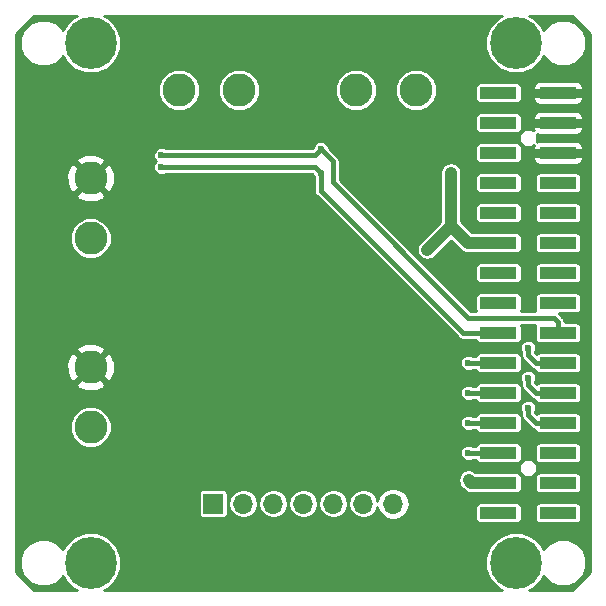
<source format=gtl>
G04 #@! TF.GenerationSoftware,KiCad,Pcbnew,(5.0.0)*
G04 #@! TF.CreationDate,2019-05-20T02:18:12+09:00*
G04 #@! TF.ProjectId,HeaterController_Controller,486561746572436F6E74726F6C6C6572,rev?*
G04 #@! TF.SameCoordinates,PX7f50c60PY34edce0*
G04 #@! TF.FileFunction,Copper,L1,Top,Signal*
G04 #@! TF.FilePolarity,Positive*
%FSLAX46Y46*%
G04 Gerber Fmt 4.6, Leading zero omitted, Abs format (unit mm)*
G04 Created by KiCad (PCBNEW (5.0.0)) date 05/20/19 02:18:12*
%MOMM*%
%LPD*%
G01*
G04 APERTURE LIST*
G04 #@! TA.AperFunction,ComponentPad*
%ADD10R,1.700000X1.700000*%
G04 #@! TD*
G04 #@! TA.AperFunction,ComponentPad*
%ADD11O,1.700000X1.700000*%
G04 #@! TD*
G04 #@! TA.AperFunction,ComponentPad*
%ADD12C,2.800000*%
G04 #@! TD*
G04 #@! TA.AperFunction,SMDPad,CuDef*
%ADD13R,3.150000X1.000000*%
G04 #@! TD*
G04 #@! TA.AperFunction,ComponentPad*
%ADD14C,4.400000*%
G04 #@! TD*
G04 #@! TA.AperFunction,ViaPad*
%ADD15C,0.600000*%
G04 #@! TD*
G04 #@! TA.AperFunction,Conductor*
%ADD16C,0.800000*%
G04 #@! TD*
G04 #@! TA.AperFunction,Conductor*
%ADD17C,1.000000*%
G04 #@! TD*
G04 #@! TA.AperFunction,Conductor*
%ADD18C,0.400000*%
G04 #@! TD*
G04 #@! TA.AperFunction,Conductor*
%ADD19C,0.254000*%
G04 #@! TD*
G04 APERTURE END LIST*
D10*
G04 #@! TO.P,J2,1*
G04 #@! TO.N,/EXTERNAL0*
X-7120000Y-16500000D03*
D11*
G04 #@! TO.P,J2,2*
G04 #@! TO.N,/EXTERNAL1*
X-4580000Y-16500000D03*
G04 #@! TO.P,J2,3*
G04 #@! TO.N,/EXTERNAL2*
X-2040000Y-16500000D03*
G04 #@! TO.P,J2,4*
G04 #@! TO.N,/EXTERNAL3*
X500000Y-16500000D03*
G04 #@! TO.P,J2,5*
G04 #@! TO.N,/EXTERNAL4*
X3040000Y-16500000D03*
G04 #@! TO.P,J2,6*
G04 #@! TO.N,+5V*
X5580000Y-16500000D03*
G04 #@! TO.P,J2,7*
G04 #@! TO.N,GND*
X8120000Y-16500000D03*
G04 #@! TD*
D12*
G04 #@! TO.P,J3,1*
G04 #@! TO.N,/SSRCTRL_UPPER*
X-17500000Y5960000D03*
G04 #@! TO.P,J3,2*
G04 #@! TO.N,GND*
X-17500000Y11040000D03*
G04 #@! TD*
G04 #@! TO.P,J4,2*
G04 #@! TO.N,GND*
X-17500000Y-4960000D03*
G04 #@! TO.P,J4,1*
G04 #@! TO.N,/SSRCTRL_LOWER*
X-17500000Y-10040000D03*
G04 #@! TD*
G04 #@! TO.P,J5,1*
G04 #@! TO.N,Net-(J5-Pad1)*
X-10040000Y18500000D03*
G04 #@! TO.P,J5,2*
G04 #@! TO.N,Net-(J5-Pad2)*
X-4960000Y18500000D03*
G04 #@! TD*
G04 #@! TO.P,J6,2*
G04 #@! TO.N,Net-(J6-Pad2)*
X10040000Y18500000D03*
G04 #@! TO.P,J6,1*
G04 #@! TO.N,Net-(J6-Pad1)*
X4960000Y18500000D03*
G04 #@! TD*
D13*
G04 #@! TO.P,J1,30*
G04 #@! TO.N,Net-(J1-Pad30)*
X22075000Y-17280000D03*
G04 #@! TO.P,J1,29*
G04 #@! TO.N,/BATTERY*
X17025000Y-17280000D03*
G04 #@! TO.P,J1,28*
G04 #@! TO.N,Net-(J1-Pad28)*
X22075000Y-14740000D03*
G04 #@! TO.P,J1,27*
G04 #@! TO.N,+5V*
X17025000Y-14740000D03*
G04 #@! TO.P,J1,26*
G04 #@! TO.N,Net-(J1-Pad26)*
X22075000Y-12200000D03*
G04 #@! TO.P,J1,25*
G04 #@! TO.N,/IIS_IN*
X17025000Y-12200000D03*
G04 #@! TO.P,J1,24*
G04 #@! TO.N,/IIS_OUT*
X22075000Y-9660000D03*
G04 #@! TO.P,J1,23*
G04 #@! TO.N,/IIS_MK*
X17025000Y-9660000D03*
G04 #@! TO.P,J1,22*
G04 #@! TO.N,/IIS_SK*
X22075000Y-7120000D03*
G04 #@! TO.P,J1,21*
G04 #@! TO.N,/IIS_WS*
X17025000Y-7120000D03*
G04 #@! TO.P,J1,20*
G04 #@! TO.N,/GPIO_G2*
X22075000Y-4580000D03*
G04 #@! TO.P,J1,19*
G04 #@! TO.N,/GPIO_G5*
X17025000Y-4580000D03*
G04 #@! TO.P,J1,18*
G04 #@! TO.N,/SDA*
X22075000Y-2040000D03*
G04 #@! TO.P,J1,17*
G04 #@! TO.N,/SCL*
X17025000Y-2040000D03*
G04 #@! TO.P,J1,16*
G04 #@! TO.N,/RXD2*
X22075000Y500000D03*
G04 #@! TO.P,J1,15*
G04 #@! TO.N,/TXD2*
X17025000Y500000D03*
G04 #@! TO.P,J1,14*
G04 #@! TO.N,/RXD0*
X22075000Y3040000D03*
G04 #@! TO.P,J1,13*
G04 #@! TO.N,/TXD0*
X17025000Y3040000D03*
G04 #@! TO.P,J1,12*
G04 #@! TO.N,/SCK*
X22075000Y5580000D03*
G04 #@! TO.P,J1,11*
G04 #@! TO.N,+3V3*
X17025000Y5580000D03*
G04 #@! TO.P,J1,10*
G04 #@! TO.N,/MISO*
X22075000Y8120000D03*
G04 #@! TO.P,J1,9*
G04 #@! TO.N,/DAC*
X17025000Y8120000D03*
G04 #@! TO.P,J1,8*
G04 #@! TO.N,/MOSI*
X22075000Y10660000D03*
G04 #@! TO.P,J1,7*
G04 #@! TO.N,/DAC_SPK*
X17025000Y10660000D03*
G04 #@! TO.P,J1,6*
G04 #@! TO.N,GND*
X22075000Y13200000D03*
G04 #@! TO.P,J1,5*
G04 #@! TO.N,/RST*
X17025000Y13200000D03*
G04 #@! TO.P,J1,4*
G04 #@! TO.N,GND*
X22075000Y15740000D03*
G04 #@! TO.P,J1,3*
G04 #@! TO.N,/ADC_G36*
X17025000Y15740000D03*
G04 #@! TO.P,J1,2*
G04 #@! TO.N,GND*
X22075000Y18280000D03*
G04 #@! TO.P,J1,1*
G04 #@! TO.N,/ADC_G35*
X17025000Y18280000D03*
G04 #@! TD*
D14*
G04 #@! TO.P,MH9,1*
G04 #@! TO.N,N/C*
X-17500000Y22500000D03*
G04 #@! TD*
G04 #@! TO.P,MH10,1*
G04 #@! TO.N,N/C*
X18500000Y22500000D03*
G04 #@! TD*
G04 #@! TO.P,MH11,1*
G04 #@! TO.N,N/C*
X18500000Y-21500000D03*
G04 #@! TD*
G04 #@! TO.P,MH12,1*
G04 #@! TO.N,N/C*
X-17500000Y-21500000D03*
G04 #@! TD*
D15*
G04 #@! TO.N,GND*
X-2300000Y-11600000D03*
X-5600000Y-11600000D03*
X3300000Y-10300000D03*
X8300000Y-10400000D03*
X7500000Y17100000D03*
X6200000Y16100000D03*
X8800000Y16100000D03*
X-7500000Y17200000D03*
X-8800000Y16200000D03*
X-6200000Y16200000D03*
X19550000Y13200000D03*
X19550000Y15740000D03*
X19550000Y18280000D03*
X23995000Y18280000D03*
X23995000Y15740000D03*
X23995000Y13200000D03*
X7500000Y7800000D03*
X-7500000Y7800000D03*
X-8700000Y-2100000D03*
X-12200000Y-11300000D03*
X-800000Y7700000D03*
X-2175000Y9925000D03*
X-4100000Y7700000D03*
X-5000000Y9000000D03*
X-9900000Y9100000D03*
X-9900000Y14000000D03*
X-5000000Y14000000D03*
X5200000Y14000000D03*
X10000000Y14000000D03*
X10000000Y9000000D03*
X-22000000Y18000000D03*
X-22000000Y13000000D03*
X-22000000Y8000000D03*
X-22000000Y3000000D03*
X-22000000Y-2000000D03*
X-22000000Y-7000000D03*
X-22000000Y-12000000D03*
X-22000000Y-17000000D03*
X-17000000Y-17000000D03*
X-12000000Y-22000000D03*
X-7000000Y-22000000D03*
X-2000000Y-22000000D03*
X3000000Y-22000000D03*
X8000000Y-22000000D03*
X13000000Y-22000000D03*
X13000000Y-17000000D03*
X-12000000Y-17000000D03*
X-12000000Y-12000000D03*
X-12000000Y-2000000D03*
X-17000000Y-2000000D03*
X-17000000Y3000000D03*
X-7000000Y3000000D03*
X-2000000Y3000000D03*
X3000000Y3000000D03*
X-12000000Y8000000D03*
X-17000000Y18000000D03*
X-12000000Y23000000D03*
X-7000000Y23000000D03*
X-2000000Y23000000D03*
X3000000Y23000000D03*
X8000000Y23000000D03*
X13000000Y23000000D03*
X2000000Y-14500000D03*
X4200000Y-14500000D03*
X8100000Y-13200000D03*
X10700000Y-300000D03*
X9700000Y5700000D03*
X11500000Y7600000D03*
X-5600000Y-9200000D03*
G04 #@! TO.N,+3V3*
X13000000Y11500000D03*
X11000000Y5000000D03*
G04 #@! TO.N,+5V*
X14500000Y-14500000D03*
G04 #@! TO.N,/SDA*
X2000000Y13500000D03*
X-11500000Y13000000D03*
G04 #@! TO.N,/SCL*
X2000000Y11500000D03*
X-11500000Y12000000D03*
G04 #@! TO.N,/IIS_IN*
X14470000Y-12200000D03*
G04 #@! TO.N,/IIS_OUT*
X19550000Y-8390000D03*
G04 #@! TO.N,/IIS_MK*
X14470000Y-9660000D03*
G04 #@! TO.N,/IIS_SK*
X19550000Y-5850000D03*
G04 #@! TO.N,/IIS_WS*
X14470000Y-7120000D03*
G04 #@! TO.N,/GPIO_G2*
X19550000Y-3310000D03*
G04 #@! TO.N,/GPIO_G5*
X14470000Y-4580000D03*
G04 #@! TD*
D16*
G04 #@! TO.N,GND*
X22075000Y13200000D02*
X19550000Y13200000D01*
X22075000Y15740000D02*
X19550000Y15740000D01*
X22075000Y18280000D02*
X19550000Y18280000D01*
X22075000Y18280000D02*
X23995000Y18280000D01*
X22075000Y15740000D02*
X23995000Y15740000D01*
X22075000Y13200000D02*
X23995000Y13200000D01*
D17*
G04 #@! TO.N,+3V3*
X14450000Y5580000D02*
X13000000Y7030000D01*
X17025000Y5580000D02*
X14450000Y5580000D01*
X13000000Y7030000D02*
X13000000Y11500000D01*
X13000000Y7030000D02*
X13000000Y7000000D01*
X13000000Y7000000D02*
X11000000Y5000000D01*
G04 #@! TO.N,+5V*
X17025000Y-14740000D02*
X14740000Y-14740000D01*
X14740000Y-14740000D02*
X14500000Y-14500000D01*
D18*
G04 #@! TO.N,/SDA*
X22075000Y-1140000D02*
X21705000Y-770000D01*
X22075000Y-2040000D02*
X22075000Y-1140000D01*
X21705000Y-770000D02*
X14470000Y-770000D01*
X14470000Y-770000D02*
X3000000Y10700000D01*
X3010010Y11251468D02*
X3010010Y12489990D01*
X3000000Y10700000D02*
X3000000Y11241458D01*
X3000000Y11241458D02*
X3010010Y11251468D01*
X3010010Y12489990D02*
X2000000Y13500000D01*
X2000000Y13500000D02*
X1500000Y13000000D01*
X1500000Y13000000D02*
X-11500000Y13000000D01*
G04 #@! TO.N,/SCL*
X2000000Y10000000D02*
X2000000Y11500000D01*
X17025000Y-2040000D02*
X14040000Y-2040000D01*
X14040000Y-2040000D02*
X2000000Y10000000D01*
X2000000Y11500000D02*
X1500000Y12000000D01*
X1500000Y12000000D02*
X-11500000Y12000000D01*
G04 #@! TO.N,/IIS_IN*
X17025000Y-12200000D02*
X14470000Y-12200000D01*
G04 #@! TO.N,/IIS_OUT*
X22075000Y-9660000D02*
X20185000Y-9660000D01*
X20185000Y-9660000D02*
X19550000Y-9025000D01*
X19550000Y-9025000D02*
X19550000Y-8390000D01*
G04 #@! TO.N,/IIS_MK*
X17025000Y-9660000D02*
X14470000Y-9660000D01*
G04 #@! TO.N,/IIS_SK*
X22075000Y-7120000D02*
X20185000Y-7120000D01*
X20185000Y-7120000D02*
X19550000Y-6485000D01*
X19550000Y-6485000D02*
X19550000Y-5850000D01*
G04 #@! TO.N,/IIS_WS*
X17025000Y-7120000D02*
X14470000Y-7120000D01*
G04 #@! TO.N,/GPIO_G2*
X22075000Y-4580000D02*
X20185000Y-4580000D01*
X20185000Y-4580000D02*
X19550000Y-3945000D01*
X19550000Y-3945000D02*
X19550000Y-3310000D01*
G04 #@! TO.N,/GPIO_G5*
X17025000Y-4580000D02*
X14470000Y-4580000D01*
G04 #@! TD*
D19*
G04 #@! TO.N,GND*
G36*
X-18962019Y24688066D02*
X-19688066Y23962019D01*
X-19826428Y23627985D01*
X-20377854Y24179411D01*
X-21105955Y24481000D01*
X-21894045Y24481000D01*
X-22622146Y24179411D01*
X-23179411Y23622146D01*
X-23481000Y22894045D01*
X-23481000Y22105955D01*
X-23179411Y21377854D01*
X-22622146Y20820589D01*
X-21894045Y20519000D01*
X-21105955Y20519000D01*
X-20377854Y20820589D01*
X-19826428Y21372015D01*
X-19688066Y21037981D01*
X-18962019Y20311934D01*
X-18013393Y19919000D01*
X-16986607Y19919000D01*
X-16037981Y20311934D01*
X-15311934Y21037981D01*
X-14919000Y21986607D01*
X-14919000Y23013393D01*
X-15311934Y23962019D01*
X-16037981Y24688066D01*
X-16354083Y24819000D01*
X17354083Y24819000D01*
X17037981Y24688066D01*
X16311934Y23962019D01*
X15919000Y23013393D01*
X15919000Y21986607D01*
X16311934Y21037981D01*
X17037981Y20311934D01*
X17986607Y19919000D01*
X19013393Y19919000D01*
X19962019Y20311934D01*
X20688066Y21037981D01*
X20826428Y21372015D01*
X21377854Y20820589D01*
X22105955Y20519000D01*
X22894045Y20519000D01*
X23622146Y20820589D01*
X24179411Y21377854D01*
X24481000Y22105955D01*
X24481000Y22894045D01*
X24179411Y23622146D01*
X23622146Y24179411D01*
X22894045Y24481000D01*
X22105955Y24481000D01*
X21377854Y24179411D01*
X20826428Y23627985D01*
X20688066Y23962019D01*
X19962019Y24688066D01*
X19645917Y24819000D01*
X23300764Y24819000D01*
X24819001Y23300763D01*
X24819000Y-22300764D01*
X23300764Y-23819000D01*
X19645917Y-23819000D01*
X19962019Y-23688066D01*
X20688066Y-22962019D01*
X20826428Y-22627985D01*
X21377854Y-23179411D01*
X22105955Y-23481000D01*
X22894045Y-23481000D01*
X23622146Y-23179411D01*
X24179411Y-22622146D01*
X24481000Y-21894045D01*
X24481000Y-21105955D01*
X24179411Y-20377854D01*
X23622146Y-19820589D01*
X22894045Y-19519000D01*
X22105955Y-19519000D01*
X21377854Y-19820589D01*
X20826428Y-20372015D01*
X20688066Y-20037981D01*
X19962019Y-19311934D01*
X19013393Y-18919000D01*
X17986607Y-18919000D01*
X17037981Y-19311934D01*
X16311934Y-20037981D01*
X15919000Y-20986607D01*
X15919000Y-22013393D01*
X16311934Y-22962019D01*
X17037981Y-23688066D01*
X17354083Y-23819000D01*
X-16354083Y-23819000D01*
X-16037981Y-23688066D01*
X-15311934Y-22962019D01*
X-14919000Y-22013393D01*
X-14919000Y-20986607D01*
X-15311934Y-20037981D01*
X-16037981Y-19311934D01*
X-16986607Y-18919000D01*
X-18013393Y-18919000D01*
X-18962019Y-19311934D01*
X-19688066Y-20037981D01*
X-19826428Y-20372015D01*
X-20377854Y-19820589D01*
X-21105955Y-19519000D01*
X-21894045Y-19519000D01*
X-22622146Y-19820589D01*
X-23179411Y-20377854D01*
X-23481000Y-21105955D01*
X-23481000Y-21894045D01*
X-23179411Y-22622146D01*
X-22622146Y-23179411D01*
X-21894045Y-23481000D01*
X-21105955Y-23481000D01*
X-20377854Y-23179411D01*
X-19826428Y-22627985D01*
X-19688066Y-22962019D01*
X-18962019Y-23688066D01*
X-18645917Y-23819000D01*
X-22300764Y-23819000D01*
X-23819000Y-22300764D01*
X-23819000Y-15650000D01*
X-8358464Y-15650000D01*
X-8358464Y-17350000D01*
X-8328894Y-17498659D01*
X-8244686Y-17624686D01*
X-8118659Y-17708894D01*
X-7970000Y-17738464D01*
X-6270000Y-17738464D01*
X-6121341Y-17708894D01*
X-5995314Y-17624686D01*
X-5911106Y-17498659D01*
X-5881536Y-17350000D01*
X-5881536Y-16500000D01*
X-5835116Y-16500000D01*
X-5739576Y-16980312D01*
X-5467501Y-17387501D01*
X-5060312Y-17659576D01*
X-4701239Y-17731000D01*
X-4458761Y-17731000D01*
X-4099688Y-17659576D01*
X-3692499Y-17387501D01*
X-3420424Y-16980312D01*
X-3324884Y-16500000D01*
X-3295116Y-16500000D01*
X-3199576Y-16980312D01*
X-2927501Y-17387501D01*
X-2520312Y-17659576D01*
X-2161239Y-17731000D01*
X-1918761Y-17731000D01*
X-1559688Y-17659576D01*
X-1152499Y-17387501D01*
X-880424Y-16980312D01*
X-784884Y-16500000D01*
X-755116Y-16500000D01*
X-659576Y-16980312D01*
X-387501Y-17387501D01*
X19688Y-17659576D01*
X378761Y-17731000D01*
X621239Y-17731000D01*
X980312Y-17659576D01*
X1387501Y-17387501D01*
X1659576Y-16980312D01*
X1755116Y-16500000D01*
X1784884Y-16500000D01*
X1880424Y-16980312D01*
X2152499Y-17387501D01*
X2559688Y-17659576D01*
X2918761Y-17731000D01*
X3161239Y-17731000D01*
X3520312Y-17659576D01*
X3927501Y-17387501D01*
X4199576Y-16980312D01*
X4295116Y-16500000D01*
X4324884Y-16500000D01*
X4420424Y-16980312D01*
X4692499Y-17387501D01*
X5099688Y-17659576D01*
X5458761Y-17731000D01*
X5701239Y-17731000D01*
X6060312Y-17659576D01*
X6467501Y-17387501D01*
X6739576Y-16980312D01*
X6785256Y-16750663D01*
X6840793Y-17029865D01*
X7140937Y-17479063D01*
X7590135Y-17779207D01*
X7986253Y-17858000D01*
X8253747Y-17858000D01*
X8649865Y-17779207D01*
X9099063Y-17479063D01*
X9399207Y-17029865D01*
X9448908Y-16780000D01*
X15061536Y-16780000D01*
X15061536Y-17780000D01*
X15091106Y-17928659D01*
X15175314Y-18054686D01*
X15301341Y-18138894D01*
X15450000Y-18168464D01*
X18600000Y-18168464D01*
X18748659Y-18138894D01*
X18874686Y-18054686D01*
X18958894Y-17928659D01*
X18988464Y-17780000D01*
X18988464Y-16780000D01*
X20111536Y-16780000D01*
X20111536Y-17780000D01*
X20141106Y-17928659D01*
X20225314Y-18054686D01*
X20351341Y-18138894D01*
X20500000Y-18168464D01*
X23650000Y-18168464D01*
X23798659Y-18138894D01*
X23924686Y-18054686D01*
X24008894Y-17928659D01*
X24038464Y-17780000D01*
X24038464Y-16780000D01*
X24008894Y-16631341D01*
X23924686Y-16505314D01*
X23798659Y-16421106D01*
X23650000Y-16391536D01*
X20500000Y-16391536D01*
X20351341Y-16421106D01*
X20225314Y-16505314D01*
X20141106Y-16631341D01*
X20111536Y-16780000D01*
X18988464Y-16780000D01*
X18958894Y-16631341D01*
X18874686Y-16505314D01*
X18748659Y-16421106D01*
X18600000Y-16391536D01*
X15450000Y-16391536D01*
X15301341Y-16421106D01*
X15175314Y-16505314D01*
X15091106Y-16631341D01*
X15061536Y-16780000D01*
X9448908Y-16780000D01*
X9504604Y-16500000D01*
X9399207Y-15970135D01*
X9099063Y-15520937D01*
X8649865Y-15220793D01*
X8253747Y-15142000D01*
X7986253Y-15142000D01*
X7590135Y-15220793D01*
X7140937Y-15520937D01*
X6840793Y-15970135D01*
X6785256Y-16249337D01*
X6739576Y-16019688D01*
X6467501Y-15612499D01*
X6060312Y-15340424D01*
X5701239Y-15269000D01*
X5458761Y-15269000D01*
X5099688Y-15340424D01*
X4692499Y-15612499D01*
X4420424Y-16019688D01*
X4324884Y-16500000D01*
X4295116Y-16500000D01*
X4199576Y-16019688D01*
X3927501Y-15612499D01*
X3520312Y-15340424D01*
X3161239Y-15269000D01*
X2918761Y-15269000D01*
X2559688Y-15340424D01*
X2152499Y-15612499D01*
X1880424Y-16019688D01*
X1784884Y-16500000D01*
X1755116Y-16500000D01*
X1659576Y-16019688D01*
X1387501Y-15612499D01*
X980312Y-15340424D01*
X621239Y-15269000D01*
X378761Y-15269000D01*
X19688Y-15340424D01*
X-387501Y-15612499D01*
X-659576Y-16019688D01*
X-755116Y-16500000D01*
X-784884Y-16500000D01*
X-880424Y-16019688D01*
X-1152499Y-15612499D01*
X-1559688Y-15340424D01*
X-1918761Y-15269000D01*
X-2161239Y-15269000D01*
X-2520312Y-15340424D01*
X-2927501Y-15612499D01*
X-3199576Y-16019688D01*
X-3295116Y-16500000D01*
X-3324884Y-16500000D01*
X-3420424Y-16019688D01*
X-3692499Y-15612499D01*
X-4099688Y-15340424D01*
X-4458761Y-15269000D01*
X-4701239Y-15269000D01*
X-5060312Y-15340424D01*
X-5467501Y-15612499D01*
X-5739576Y-16019688D01*
X-5835116Y-16500000D01*
X-5881536Y-16500000D01*
X-5881536Y-15650000D01*
X-5911106Y-15501341D01*
X-5995314Y-15375314D01*
X-6121341Y-15291106D01*
X-6270000Y-15261536D01*
X-7970000Y-15261536D01*
X-8118659Y-15291106D01*
X-8244686Y-15375314D01*
X-8328894Y-15501341D01*
X-8358464Y-15650000D01*
X-23819000Y-15650000D01*
X-23819000Y-14500000D01*
X13601742Y-14500000D01*
X13670117Y-14843748D01*
X13815686Y-15061607D01*
X14055683Y-15301604D01*
X14104835Y-15375165D01*
X14396251Y-15569883D01*
X14653233Y-15621000D01*
X14653238Y-15621000D01*
X14739999Y-15638258D01*
X14826761Y-15621000D01*
X15412476Y-15621000D01*
X15450000Y-15628464D01*
X18600000Y-15628464D01*
X18748659Y-15598894D01*
X18874686Y-15514686D01*
X18958894Y-15388659D01*
X18988464Y-15240000D01*
X18988464Y-14240000D01*
X18958894Y-14091341D01*
X18874686Y-13965314D01*
X18748659Y-13881106D01*
X18600000Y-13851536D01*
X15450000Y-13851536D01*
X15412476Y-13859000D01*
X15104921Y-13859000D01*
X15061607Y-13815686D01*
X14843748Y-13670117D01*
X14500000Y-13601742D01*
X14156252Y-13670117D01*
X13864835Y-13864835D01*
X13670117Y-14156252D01*
X13601742Y-14500000D01*
X-23819000Y-14500000D01*
X-23819000Y-13314649D01*
X18769000Y-13314649D01*
X18769000Y-13625351D01*
X18887900Y-13912401D01*
X19107599Y-14132100D01*
X19394649Y-14251000D01*
X19705351Y-14251000D01*
X19731907Y-14240000D01*
X20111536Y-14240000D01*
X20111536Y-15240000D01*
X20141106Y-15388659D01*
X20225314Y-15514686D01*
X20351341Y-15598894D01*
X20500000Y-15628464D01*
X23650000Y-15628464D01*
X23798659Y-15598894D01*
X23924686Y-15514686D01*
X24008894Y-15388659D01*
X24038464Y-15240000D01*
X24038464Y-14240000D01*
X24008894Y-14091341D01*
X23924686Y-13965314D01*
X23798659Y-13881106D01*
X23650000Y-13851536D01*
X20500000Y-13851536D01*
X20351341Y-13881106D01*
X20225314Y-13965314D01*
X20141106Y-14091341D01*
X20111536Y-14240000D01*
X19731907Y-14240000D01*
X19992401Y-14132100D01*
X20212100Y-13912401D01*
X20331000Y-13625351D01*
X20331000Y-13314649D01*
X20212100Y-13027599D01*
X19992401Y-12807900D01*
X19705351Y-12689000D01*
X19394649Y-12689000D01*
X19107599Y-12807900D01*
X18887900Y-13027599D01*
X18769000Y-13314649D01*
X-23819000Y-13314649D01*
X-23819000Y-12064541D01*
X13789000Y-12064541D01*
X13789000Y-12335459D01*
X13892676Y-12585756D01*
X14084244Y-12777324D01*
X14334541Y-12881000D01*
X14605459Y-12881000D01*
X14846881Y-12781000D01*
X15077648Y-12781000D01*
X15091106Y-12848659D01*
X15175314Y-12974686D01*
X15301341Y-13058894D01*
X15450000Y-13088464D01*
X18600000Y-13088464D01*
X18748659Y-13058894D01*
X18874686Y-12974686D01*
X18958894Y-12848659D01*
X18988464Y-12700000D01*
X18988464Y-11700000D01*
X20111536Y-11700000D01*
X20111536Y-12700000D01*
X20141106Y-12848659D01*
X20225314Y-12974686D01*
X20351341Y-13058894D01*
X20500000Y-13088464D01*
X23650000Y-13088464D01*
X23798659Y-13058894D01*
X23924686Y-12974686D01*
X24008894Y-12848659D01*
X24038464Y-12700000D01*
X24038464Y-11700000D01*
X24008894Y-11551341D01*
X23924686Y-11425314D01*
X23798659Y-11341106D01*
X23650000Y-11311536D01*
X20500000Y-11311536D01*
X20351341Y-11341106D01*
X20225314Y-11425314D01*
X20141106Y-11551341D01*
X20111536Y-11700000D01*
X18988464Y-11700000D01*
X18958894Y-11551341D01*
X18874686Y-11425314D01*
X18748659Y-11341106D01*
X18600000Y-11311536D01*
X15450000Y-11311536D01*
X15301341Y-11341106D01*
X15175314Y-11425314D01*
X15091106Y-11551341D01*
X15077648Y-11619000D01*
X14846881Y-11619000D01*
X14605459Y-11519000D01*
X14334541Y-11519000D01*
X14084244Y-11622676D01*
X13892676Y-11814244D01*
X13789000Y-12064541D01*
X-23819000Y-12064541D01*
X-23819000Y-9685737D01*
X-19281000Y-9685737D01*
X-19281000Y-10394263D01*
X-19009859Y-11048856D01*
X-18508856Y-11549859D01*
X-17854263Y-11821000D01*
X-17145737Y-11821000D01*
X-16491144Y-11549859D01*
X-15990141Y-11048856D01*
X-15719000Y-10394263D01*
X-15719000Y-9685737D01*
X-15785769Y-9524541D01*
X13789000Y-9524541D01*
X13789000Y-9795459D01*
X13892676Y-10045756D01*
X14084244Y-10237324D01*
X14334541Y-10341000D01*
X14605459Y-10341000D01*
X14846881Y-10241000D01*
X15077648Y-10241000D01*
X15091106Y-10308659D01*
X15175314Y-10434686D01*
X15301341Y-10518894D01*
X15450000Y-10548464D01*
X18600000Y-10548464D01*
X18748659Y-10518894D01*
X18874686Y-10434686D01*
X18958894Y-10308659D01*
X18988464Y-10160000D01*
X18988464Y-9180074D01*
X19002710Y-9251694D01*
X19131123Y-9443877D01*
X19179635Y-9476292D01*
X19733710Y-10030368D01*
X19766123Y-10078877D01*
X19814632Y-10111290D01*
X19814633Y-10111291D01*
X19887531Y-10160000D01*
X19958305Y-10207290D01*
X20127642Y-10240973D01*
X20141106Y-10308659D01*
X20225314Y-10434686D01*
X20351341Y-10518894D01*
X20500000Y-10548464D01*
X23650000Y-10548464D01*
X23798659Y-10518894D01*
X23924686Y-10434686D01*
X24008894Y-10308659D01*
X24038464Y-10160000D01*
X24038464Y-9160000D01*
X24008894Y-9011341D01*
X23924686Y-8885314D01*
X23798659Y-8801106D01*
X23650000Y-8771536D01*
X20500000Y-8771536D01*
X20351341Y-8801106D01*
X20229305Y-8882647D01*
X20131000Y-8784343D01*
X20131000Y-8766881D01*
X20231000Y-8525459D01*
X20231000Y-8254541D01*
X20127324Y-8004244D01*
X19935756Y-7812676D01*
X19685459Y-7709000D01*
X19414541Y-7709000D01*
X19164244Y-7812676D01*
X18972676Y-8004244D01*
X18869000Y-8254541D01*
X18869000Y-8525459D01*
X18969000Y-8766881D01*
X18969000Y-8967782D01*
X18959615Y-9014965D01*
X18958894Y-9011341D01*
X18874686Y-8885314D01*
X18748659Y-8801106D01*
X18600000Y-8771536D01*
X15450000Y-8771536D01*
X15301341Y-8801106D01*
X15175314Y-8885314D01*
X15091106Y-9011341D01*
X15077648Y-9079000D01*
X14846881Y-9079000D01*
X14605459Y-8979000D01*
X14334541Y-8979000D01*
X14084244Y-9082676D01*
X13892676Y-9274244D01*
X13789000Y-9524541D01*
X-15785769Y-9524541D01*
X-15990141Y-9031144D01*
X-16491144Y-8530141D01*
X-17145737Y-8259000D01*
X-17854263Y-8259000D01*
X-18508856Y-8530141D01*
X-19009859Y-9031144D01*
X-19281000Y-9685737D01*
X-23819000Y-9685737D01*
X-23819000Y-6401724D01*
X-18762118Y-6401724D01*
X-18614545Y-6710106D01*
X-17859969Y-7003405D01*
X-17050591Y-6985614D01*
X-17048001Y-6984541D01*
X13789000Y-6984541D01*
X13789000Y-7255459D01*
X13892676Y-7505756D01*
X14084244Y-7697324D01*
X14334541Y-7801000D01*
X14605459Y-7801000D01*
X14846881Y-7701000D01*
X15077648Y-7701000D01*
X15091106Y-7768659D01*
X15175314Y-7894686D01*
X15301341Y-7978894D01*
X15450000Y-8008464D01*
X18600000Y-8008464D01*
X18748659Y-7978894D01*
X18874686Y-7894686D01*
X18958894Y-7768659D01*
X18988464Y-7620000D01*
X18988464Y-6640074D01*
X19002710Y-6711694D01*
X19131123Y-6903877D01*
X19179635Y-6936292D01*
X19733710Y-7490368D01*
X19766123Y-7538877D01*
X19814632Y-7571290D01*
X19814633Y-7571291D01*
X19887531Y-7620000D01*
X19958305Y-7667290D01*
X20127642Y-7700973D01*
X20141106Y-7768659D01*
X20225314Y-7894686D01*
X20351341Y-7978894D01*
X20500000Y-8008464D01*
X23650000Y-8008464D01*
X23798659Y-7978894D01*
X23924686Y-7894686D01*
X24008894Y-7768659D01*
X24038464Y-7620000D01*
X24038464Y-6620000D01*
X24008894Y-6471341D01*
X23924686Y-6345314D01*
X23798659Y-6261106D01*
X23650000Y-6231536D01*
X20500000Y-6231536D01*
X20351341Y-6261106D01*
X20229305Y-6342647D01*
X20131000Y-6244343D01*
X20131000Y-6226881D01*
X20231000Y-5985459D01*
X20231000Y-5714541D01*
X20127324Y-5464244D01*
X19935756Y-5272676D01*
X19685459Y-5169000D01*
X19414541Y-5169000D01*
X19164244Y-5272676D01*
X18972676Y-5464244D01*
X18869000Y-5714541D01*
X18869000Y-5985459D01*
X18969000Y-6226881D01*
X18969000Y-6427782D01*
X18959615Y-6474965D01*
X18958894Y-6471341D01*
X18874686Y-6345314D01*
X18748659Y-6261106D01*
X18600000Y-6231536D01*
X15450000Y-6231536D01*
X15301341Y-6261106D01*
X15175314Y-6345314D01*
X15091106Y-6471341D01*
X15077648Y-6539000D01*
X14846881Y-6539000D01*
X14605459Y-6439000D01*
X14334541Y-6439000D01*
X14084244Y-6542676D01*
X13892676Y-6734244D01*
X13789000Y-6984541D01*
X-17048001Y-6984541D01*
X-16385455Y-6710106D01*
X-16237882Y-6401724D01*
X-17500000Y-5139605D01*
X-18762118Y-6401724D01*
X-23819000Y-6401724D01*
X-23819000Y-4600031D01*
X-19543405Y-4600031D01*
X-19525614Y-5409409D01*
X-19250106Y-6074545D01*
X-18941724Y-6222118D01*
X-17679605Y-4960000D01*
X-17320395Y-4960000D01*
X-16058276Y-6222118D01*
X-15749894Y-6074545D01*
X-15456595Y-5319969D01*
X-15474386Y-4510591D01*
X-15501744Y-4444541D01*
X13789000Y-4444541D01*
X13789000Y-4715459D01*
X13892676Y-4965756D01*
X14084244Y-5157324D01*
X14334541Y-5261000D01*
X14605459Y-5261000D01*
X14846881Y-5161000D01*
X15077648Y-5161000D01*
X15091106Y-5228659D01*
X15175314Y-5354686D01*
X15301341Y-5438894D01*
X15450000Y-5468464D01*
X18600000Y-5468464D01*
X18748659Y-5438894D01*
X18874686Y-5354686D01*
X18958894Y-5228659D01*
X18988464Y-5080000D01*
X18988464Y-4100074D01*
X19002710Y-4171694D01*
X19131123Y-4363877D01*
X19179635Y-4396292D01*
X19733710Y-4950368D01*
X19766123Y-4998877D01*
X19814632Y-5031290D01*
X19814633Y-5031291D01*
X19887531Y-5080000D01*
X19958305Y-5127290D01*
X20127642Y-5160973D01*
X20141106Y-5228659D01*
X20225314Y-5354686D01*
X20351341Y-5438894D01*
X20500000Y-5468464D01*
X23650000Y-5468464D01*
X23798659Y-5438894D01*
X23924686Y-5354686D01*
X24008894Y-5228659D01*
X24038464Y-5080000D01*
X24038464Y-4080000D01*
X24008894Y-3931341D01*
X23924686Y-3805314D01*
X23798659Y-3721106D01*
X23650000Y-3691536D01*
X20500000Y-3691536D01*
X20351341Y-3721106D01*
X20229305Y-3802647D01*
X20131000Y-3704343D01*
X20131000Y-3686881D01*
X20231000Y-3445459D01*
X20231000Y-3174541D01*
X20127324Y-2924244D01*
X19935756Y-2732676D01*
X19685459Y-2629000D01*
X19414541Y-2629000D01*
X19164244Y-2732676D01*
X18972676Y-2924244D01*
X18869000Y-3174541D01*
X18869000Y-3445459D01*
X18969000Y-3686881D01*
X18969000Y-3887782D01*
X18959615Y-3934965D01*
X18958894Y-3931341D01*
X18874686Y-3805314D01*
X18748659Y-3721106D01*
X18600000Y-3691536D01*
X15450000Y-3691536D01*
X15301341Y-3721106D01*
X15175314Y-3805314D01*
X15091106Y-3931341D01*
X15077648Y-3999000D01*
X14846881Y-3999000D01*
X14605459Y-3899000D01*
X14334541Y-3899000D01*
X14084244Y-4002676D01*
X13892676Y-4194244D01*
X13789000Y-4444541D01*
X-15501744Y-4444541D01*
X-15749894Y-3845455D01*
X-16058276Y-3697882D01*
X-17320395Y-4960000D01*
X-17679605Y-4960000D01*
X-18941724Y-3697882D01*
X-19250106Y-3845455D01*
X-19543405Y-4600031D01*
X-23819000Y-4600031D01*
X-23819000Y-3518276D01*
X-18762118Y-3518276D01*
X-17500000Y-4780395D01*
X-16237882Y-3518276D01*
X-16385455Y-3209894D01*
X-17140031Y-2916595D01*
X-17949409Y-2934386D01*
X-18614545Y-3209894D01*
X-18762118Y-3518276D01*
X-23819000Y-3518276D01*
X-23819000Y6314263D01*
X-19281000Y6314263D01*
X-19281000Y5605737D01*
X-19009859Y4951144D01*
X-18508856Y4450141D01*
X-17854263Y4179000D01*
X-17145737Y4179000D01*
X-16491144Y4450141D01*
X-15990141Y4951144D01*
X-15719000Y5605737D01*
X-15719000Y6314263D01*
X-15990141Y6968856D01*
X-16491144Y7469859D01*
X-17145737Y7741000D01*
X-17854263Y7741000D01*
X-18508856Y7469859D01*
X-19009859Y6968856D01*
X-19281000Y6314263D01*
X-23819000Y6314263D01*
X-23819000Y9598276D01*
X-18762118Y9598276D01*
X-18614545Y9289894D01*
X-17859969Y8996595D01*
X-17050591Y9014386D01*
X-16385455Y9289894D01*
X-16237882Y9598276D01*
X-17500000Y10860395D01*
X-18762118Y9598276D01*
X-23819000Y9598276D01*
X-23819000Y11399969D01*
X-19543405Y11399969D01*
X-19525614Y10590591D01*
X-19250106Y9925455D01*
X-18941724Y9777882D01*
X-17679605Y11040000D01*
X-17320395Y11040000D01*
X-16058276Y9777882D01*
X-15749894Y9925455D01*
X-15456595Y10680031D01*
X-15474386Y11489409D01*
X-15749894Y12154545D01*
X-16058276Y12302118D01*
X-17320395Y11040000D01*
X-17679605Y11040000D01*
X-18941724Y12302118D01*
X-19250106Y12154545D01*
X-19543405Y11399969D01*
X-23819000Y11399969D01*
X-23819000Y12481724D01*
X-18762118Y12481724D01*
X-17500000Y11219605D01*
X-16237882Y12481724D01*
X-16385455Y12790106D01*
X-17140031Y13083405D01*
X-17949409Y13065614D01*
X-18614545Y12790106D01*
X-18762118Y12481724D01*
X-23819000Y12481724D01*
X-23819000Y13135459D01*
X-12181000Y13135459D01*
X-12181000Y12864541D01*
X-12077324Y12614244D01*
X-11963080Y12500000D01*
X-12077324Y12385756D01*
X-12181000Y12135459D01*
X-12181000Y11864541D01*
X-12077324Y11614244D01*
X-11885756Y11422676D01*
X-11635459Y11319000D01*
X-11364541Y11319000D01*
X-11123119Y11419000D01*
X1259343Y11419000D01*
X1322676Y11355667D01*
X1419001Y11123117D01*
X1419000Y10057218D01*
X1407619Y10000000D01*
X1419000Y9942782D01*
X1419000Y9942779D01*
X1452710Y9773306D01*
X1581123Y9581123D01*
X1629635Y9548708D01*
X13588710Y-2410368D01*
X13621123Y-2458877D01*
X13813305Y-2587290D01*
X13982778Y-2621000D01*
X13982782Y-2621000D01*
X14039999Y-2632381D01*
X14097216Y-2621000D01*
X15077648Y-2621000D01*
X15091106Y-2688659D01*
X15175314Y-2814686D01*
X15301341Y-2898894D01*
X15450000Y-2928464D01*
X18600000Y-2928464D01*
X18748659Y-2898894D01*
X18874686Y-2814686D01*
X18958894Y-2688659D01*
X18988464Y-2540000D01*
X18988464Y-1540000D01*
X18958894Y-1391341D01*
X18931939Y-1351000D01*
X20168061Y-1351000D01*
X20141106Y-1391341D01*
X20111536Y-1540000D01*
X20111536Y-2540000D01*
X20141106Y-2688659D01*
X20225314Y-2814686D01*
X20351341Y-2898894D01*
X20500000Y-2928464D01*
X23650000Y-2928464D01*
X23798659Y-2898894D01*
X23924686Y-2814686D01*
X24008894Y-2688659D01*
X24038464Y-2540000D01*
X24038464Y-1540000D01*
X24008894Y-1391341D01*
X23924686Y-1265314D01*
X23798659Y-1181106D01*
X23650000Y-1151536D01*
X22665086Y-1151536D01*
X22667381Y-1139999D01*
X22656000Y-1082781D01*
X22656000Y-1082778D01*
X22622290Y-913305D01*
X22493877Y-721123D01*
X22445365Y-688708D01*
X22156292Y-399635D01*
X22148828Y-388464D01*
X23650000Y-388464D01*
X23798659Y-358894D01*
X23924686Y-274686D01*
X24008894Y-148659D01*
X24038464Y0D01*
X24038464Y1000000D01*
X24008894Y1148659D01*
X23924686Y1274686D01*
X23798659Y1358894D01*
X23650000Y1388464D01*
X20500000Y1388464D01*
X20351341Y1358894D01*
X20225314Y1274686D01*
X20141106Y1148659D01*
X20111536Y1000000D01*
X20111536Y0D01*
X20141106Y-148659D01*
X20168061Y-189000D01*
X18931939Y-189000D01*
X18958894Y-148659D01*
X18988464Y0D01*
X18988464Y1000000D01*
X18958894Y1148659D01*
X18874686Y1274686D01*
X18748659Y1358894D01*
X18600000Y1388464D01*
X15450000Y1388464D01*
X15301341Y1358894D01*
X15175314Y1274686D01*
X15091106Y1148659D01*
X15061536Y1000000D01*
X15061536Y0D01*
X15091106Y-148659D01*
X15118061Y-189000D01*
X14710658Y-189000D01*
X10981658Y3540000D01*
X15061536Y3540000D01*
X15061536Y2540000D01*
X15091106Y2391341D01*
X15175314Y2265314D01*
X15301341Y2181106D01*
X15450000Y2151536D01*
X18600000Y2151536D01*
X18748659Y2181106D01*
X18874686Y2265314D01*
X18958894Y2391341D01*
X18988464Y2540000D01*
X18988464Y3540000D01*
X20111536Y3540000D01*
X20111536Y2540000D01*
X20141106Y2391341D01*
X20225314Y2265314D01*
X20351341Y2181106D01*
X20500000Y2151536D01*
X23650000Y2151536D01*
X23798659Y2181106D01*
X23924686Y2265314D01*
X24008894Y2391341D01*
X24038464Y2540000D01*
X24038464Y3540000D01*
X24008894Y3688659D01*
X23924686Y3814686D01*
X23798659Y3898894D01*
X23650000Y3928464D01*
X20500000Y3928464D01*
X20351341Y3898894D01*
X20225314Y3814686D01*
X20141106Y3688659D01*
X20111536Y3540000D01*
X18988464Y3540000D01*
X18958894Y3688659D01*
X18874686Y3814686D01*
X18748659Y3898894D01*
X18600000Y3928464D01*
X15450000Y3928464D01*
X15301341Y3898894D01*
X15175314Y3814686D01*
X15091106Y3688659D01*
X15061536Y3540000D01*
X10981658Y3540000D01*
X9521658Y5000000D01*
X10101742Y5000000D01*
X10170117Y4656252D01*
X10364835Y4364835D01*
X10656252Y4170117D01*
X11000000Y4101742D01*
X11343748Y4170117D01*
X11561607Y4315686D01*
X13015000Y5769078D01*
X13765685Y5018393D01*
X13814835Y4944835D01*
X14023643Y4805314D01*
X14106251Y4750117D01*
X14450000Y4681741D01*
X14536767Y4699000D01*
X15412476Y4699000D01*
X15450000Y4691536D01*
X18600000Y4691536D01*
X18748659Y4721106D01*
X18874686Y4805314D01*
X18958894Y4931341D01*
X18988464Y5080000D01*
X18988464Y6080000D01*
X20111536Y6080000D01*
X20111536Y5080000D01*
X20141106Y4931341D01*
X20225314Y4805314D01*
X20351341Y4721106D01*
X20500000Y4691536D01*
X23650000Y4691536D01*
X23798659Y4721106D01*
X23924686Y4805314D01*
X24008894Y4931341D01*
X24038464Y5080000D01*
X24038464Y6080000D01*
X24008894Y6228659D01*
X23924686Y6354686D01*
X23798659Y6438894D01*
X23650000Y6468464D01*
X20500000Y6468464D01*
X20351341Y6438894D01*
X20225314Y6354686D01*
X20141106Y6228659D01*
X20111536Y6080000D01*
X18988464Y6080000D01*
X18958894Y6228659D01*
X18874686Y6354686D01*
X18748659Y6438894D01*
X18600000Y6468464D01*
X15450000Y6468464D01*
X15412476Y6461000D01*
X14814922Y6461000D01*
X13881000Y7394921D01*
X13881000Y8620000D01*
X15061536Y8620000D01*
X15061536Y7620000D01*
X15091106Y7471341D01*
X15175314Y7345314D01*
X15301341Y7261106D01*
X15450000Y7231536D01*
X18600000Y7231536D01*
X18748659Y7261106D01*
X18874686Y7345314D01*
X18958894Y7471341D01*
X18988464Y7620000D01*
X18988464Y8620000D01*
X20111536Y8620000D01*
X20111536Y7620000D01*
X20141106Y7471341D01*
X20225314Y7345314D01*
X20351341Y7261106D01*
X20500000Y7231536D01*
X23650000Y7231536D01*
X23798659Y7261106D01*
X23924686Y7345314D01*
X24008894Y7471341D01*
X24038464Y7620000D01*
X24038464Y8620000D01*
X24008894Y8768659D01*
X23924686Y8894686D01*
X23798659Y8978894D01*
X23650000Y9008464D01*
X20500000Y9008464D01*
X20351341Y8978894D01*
X20225314Y8894686D01*
X20141106Y8768659D01*
X20111536Y8620000D01*
X18988464Y8620000D01*
X18958894Y8768659D01*
X18874686Y8894686D01*
X18748659Y8978894D01*
X18600000Y9008464D01*
X15450000Y9008464D01*
X15301341Y8978894D01*
X15175314Y8894686D01*
X15091106Y8768659D01*
X15061536Y8620000D01*
X13881000Y8620000D01*
X13881000Y11160000D01*
X15061536Y11160000D01*
X15061536Y10160000D01*
X15091106Y10011341D01*
X15175314Y9885314D01*
X15301341Y9801106D01*
X15450000Y9771536D01*
X18600000Y9771536D01*
X18748659Y9801106D01*
X18874686Y9885314D01*
X18958894Y10011341D01*
X18988464Y10160000D01*
X18988464Y11160000D01*
X20111536Y11160000D01*
X20111536Y10160000D01*
X20141106Y10011341D01*
X20225314Y9885314D01*
X20351341Y9801106D01*
X20500000Y9771536D01*
X23650000Y9771536D01*
X23798659Y9801106D01*
X23924686Y9885314D01*
X24008894Y10011341D01*
X24038464Y10160000D01*
X24038464Y11160000D01*
X24008894Y11308659D01*
X23924686Y11434686D01*
X23798659Y11518894D01*
X23650000Y11548464D01*
X20500000Y11548464D01*
X20351341Y11518894D01*
X20225314Y11434686D01*
X20141106Y11308659D01*
X20111536Y11160000D01*
X18988464Y11160000D01*
X18958894Y11308659D01*
X18874686Y11434686D01*
X18748659Y11518894D01*
X18600000Y11548464D01*
X15450000Y11548464D01*
X15301341Y11518894D01*
X15175314Y11434686D01*
X15091106Y11308659D01*
X15061536Y11160000D01*
X13881000Y11160000D01*
X13881000Y11586767D01*
X13829883Y11843749D01*
X13635165Y12135165D01*
X13343749Y12329883D01*
X13000000Y12398259D01*
X12656252Y12329883D01*
X12364836Y12135165D01*
X12170118Y11843749D01*
X12119001Y11586767D01*
X12119000Y7364922D01*
X10315686Y5561607D01*
X10170117Y5343748D01*
X10101742Y5000000D01*
X9521658Y5000000D01*
X3581000Y10940657D01*
X3581000Y11143922D01*
X3591010Y11194246D01*
X3591010Y11194251D01*
X3602391Y11251467D01*
X3591010Y11308684D01*
X3591010Y12432772D01*
X3602391Y12489990D01*
X3591010Y12547208D01*
X3591010Y12547212D01*
X3557300Y12716685D01*
X3461301Y12860357D01*
X3461300Y12860358D01*
X3428887Y12908867D01*
X3380378Y12941280D01*
X2677324Y13644333D01*
X2654267Y13700000D01*
X15061536Y13700000D01*
X15061536Y12700000D01*
X15091106Y12551341D01*
X15175314Y12425314D01*
X15301341Y12341106D01*
X15450000Y12311536D01*
X18600000Y12311536D01*
X18748659Y12341106D01*
X18874686Y12425314D01*
X18958894Y12551341D01*
X18988464Y12700000D01*
X18988464Y13700000D01*
X18958894Y13848659D01*
X18874686Y13974686D01*
X18748659Y14058894D01*
X18600000Y14088464D01*
X15450000Y14088464D01*
X15301341Y14058894D01*
X15175314Y13974686D01*
X15091106Y13848659D01*
X15061536Y13700000D01*
X2654267Y13700000D01*
X2577324Y13885756D01*
X2385756Y14077324D01*
X2135459Y14181000D01*
X1864541Y14181000D01*
X1614244Y14077324D01*
X1422676Y13885756D01*
X1322676Y13644333D01*
X1259343Y13581000D01*
X-11123119Y13581000D01*
X-11364541Y13681000D01*
X-11635459Y13681000D01*
X-11885756Y13577324D01*
X-12077324Y13385756D01*
X-12181000Y13135459D01*
X-23819000Y13135459D01*
X-23819000Y14625351D01*
X18769000Y14625351D01*
X18769000Y14314649D01*
X18887900Y14027599D01*
X19107599Y13807900D01*
X19394649Y13689000D01*
X19705351Y13689000D01*
X19992401Y13807900D01*
X20006269Y13821768D01*
X19982048Y13700000D01*
X19982048Y12700000D01*
X20021475Y12501788D01*
X20133753Y12333753D01*
X20301788Y12221475D01*
X20500000Y12182048D01*
X23650000Y12182048D01*
X23848212Y12221475D01*
X24016247Y12333753D01*
X24128525Y12501788D01*
X24167952Y12700000D01*
X24167952Y13700000D01*
X24128525Y13898212D01*
X24016247Y14066247D01*
X23848212Y14178525D01*
X23650000Y14217952D01*
X20500000Y14217952D01*
X20301788Y14178525D01*
X20264217Y14153421D01*
X20331000Y14314649D01*
X20331000Y14625351D01*
X20264217Y14786579D01*
X20301788Y14761475D01*
X20500000Y14722048D01*
X23650000Y14722048D01*
X23848212Y14761475D01*
X24016247Y14873753D01*
X24128525Y15041788D01*
X24167952Y15240000D01*
X24167952Y16240000D01*
X24128525Y16438212D01*
X24016247Y16606247D01*
X23848212Y16718525D01*
X23650000Y16757952D01*
X20500000Y16757952D01*
X20301788Y16718525D01*
X20133753Y16606247D01*
X20021475Y16438212D01*
X19982048Y16240000D01*
X19982048Y15240000D01*
X20006269Y15118232D01*
X19992401Y15132100D01*
X19705351Y15251000D01*
X19394649Y15251000D01*
X19107599Y15132100D01*
X18887900Y14912401D01*
X18769000Y14625351D01*
X-23819000Y14625351D01*
X-23819000Y16240000D01*
X15061536Y16240000D01*
X15061536Y15240000D01*
X15091106Y15091341D01*
X15175314Y14965314D01*
X15301341Y14881106D01*
X15450000Y14851536D01*
X18600000Y14851536D01*
X18748659Y14881106D01*
X18874686Y14965314D01*
X18958894Y15091341D01*
X18988464Y15240000D01*
X18988464Y16240000D01*
X18958894Y16388659D01*
X18874686Y16514686D01*
X18748659Y16598894D01*
X18600000Y16628464D01*
X15450000Y16628464D01*
X15301341Y16598894D01*
X15175314Y16514686D01*
X15091106Y16388659D01*
X15061536Y16240000D01*
X-23819000Y16240000D01*
X-23819000Y18854263D01*
X-11821000Y18854263D01*
X-11821000Y18145737D01*
X-11549859Y17491144D01*
X-11048856Y16990141D01*
X-10394263Y16719000D01*
X-9685737Y16719000D01*
X-9031144Y16990141D01*
X-8530141Y17491144D01*
X-8259000Y18145737D01*
X-8259000Y18854263D01*
X-6741000Y18854263D01*
X-6741000Y18145737D01*
X-6469859Y17491144D01*
X-5968856Y16990141D01*
X-5314263Y16719000D01*
X-4605737Y16719000D01*
X-3951144Y16990141D01*
X-3450141Y17491144D01*
X-3179000Y18145737D01*
X-3179000Y18854263D01*
X3179000Y18854263D01*
X3179000Y18145737D01*
X3450141Y17491144D01*
X3951144Y16990141D01*
X4605737Y16719000D01*
X5314263Y16719000D01*
X5968856Y16990141D01*
X6469859Y17491144D01*
X6741000Y18145737D01*
X6741000Y18854263D01*
X8259000Y18854263D01*
X8259000Y18145737D01*
X8530141Y17491144D01*
X9031144Y16990141D01*
X9685737Y16719000D01*
X10394263Y16719000D01*
X11048856Y16990141D01*
X11549859Y17491144D01*
X11821000Y18145737D01*
X11821000Y18780000D01*
X15061536Y18780000D01*
X15061536Y17780000D01*
X15091106Y17631341D01*
X15175314Y17505314D01*
X15301341Y17421106D01*
X15450000Y17391536D01*
X18600000Y17391536D01*
X18748659Y17421106D01*
X18874686Y17505314D01*
X18958894Y17631341D01*
X18988464Y17780000D01*
X18988464Y18780000D01*
X19982048Y18780000D01*
X19982048Y17780000D01*
X20021475Y17581788D01*
X20133753Y17413753D01*
X20301788Y17301475D01*
X20500000Y17262048D01*
X23650000Y17262048D01*
X23848212Y17301475D01*
X24016247Y17413753D01*
X24128525Y17581788D01*
X24167952Y17780000D01*
X24167952Y18780000D01*
X24128525Y18978212D01*
X24016247Y19146247D01*
X23848212Y19258525D01*
X23650000Y19297952D01*
X20500000Y19297952D01*
X20301788Y19258525D01*
X20133753Y19146247D01*
X20021475Y18978212D01*
X19982048Y18780000D01*
X18988464Y18780000D01*
X18958894Y18928659D01*
X18874686Y19054686D01*
X18748659Y19138894D01*
X18600000Y19168464D01*
X15450000Y19168464D01*
X15301341Y19138894D01*
X15175314Y19054686D01*
X15091106Y18928659D01*
X15061536Y18780000D01*
X11821000Y18780000D01*
X11821000Y18854263D01*
X11549859Y19508856D01*
X11048856Y20009859D01*
X10394263Y20281000D01*
X9685737Y20281000D01*
X9031144Y20009859D01*
X8530141Y19508856D01*
X8259000Y18854263D01*
X6741000Y18854263D01*
X6469859Y19508856D01*
X5968856Y20009859D01*
X5314263Y20281000D01*
X4605737Y20281000D01*
X3951144Y20009859D01*
X3450141Y19508856D01*
X3179000Y18854263D01*
X-3179000Y18854263D01*
X-3450141Y19508856D01*
X-3951144Y20009859D01*
X-4605737Y20281000D01*
X-5314263Y20281000D01*
X-5968856Y20009859D01*
X-6469859Y19508856D01*
X-6741000Y18854263D01*
X-8259000Y18854263D01*
X-8530141Y19508856D01*
X-9031144Y20009859D01*
X-9685737Y20281000D01*
X-10394263Y20281000D01*
X-11048856Y20009859D01*
X-11549859Y19508856D01*
X-11821000Y18854263D01*
X-23819000Y18854263D01*
X-23819000Y23300764D01*
X-22300764Y24819000D01*
X-18645917Y24819000D01*
X-18962019Y24688066D01*
X-18962019Y24688066D01*
G37*
X-18962019Y24688066D02*
X-19688066Y23962019D01*
X-19826428Y23627985D01*
X-20377854Y24179411D01*
X-21105955Y24481000D01*
X-21894045Y24481000D01*
X-22622146Y24179411D01*
X-23179411Y23622146D01*
X-23481000Y22894045D01*
X-23481000Y22105955D01*
X-23179411Y21377854D01*
X-22622146Y20820589D01*
X-21894045Y20519000D01*
X-21105955Y20519000D01*
X-20377854Y20820589D01*
X-19826428Y21372015D01*
X-19688066Y21037981D01*
X-18962019Y20311934D01*
X-18013393Y19919000D01*
X-16986607Y19919000D01*
X-16037981Y20311934D01*
X-15311934Y21037981D01*
X-14919000Y21986607D01*
X-14919000Y23013393D01*
X-15311934Y23962019D01*
X-16037981Y24688066D01*
X-16354083Y24819000D01*
X17354083Y24819000D01*
X17037981Y24688066D01*
X16311934Y23962019D01*
X15919000Y23013393D01*
X15919000Y21986607D01*
X16311934Y21037981D01*
X17037981Y20311934D01*
X17986607Y19919000D01*
X19013393Y19919000D01*
X19962019Y20311934D01*
X20688066Y21037981D01*
X20826428Y21372015D01*
X21377854Y20820589D01*
X22105955Y20519000D01*
X22894045Y20519000D01*
X23622146Y20820589D01*
X24179411Y21377854D01*
X24481000Y22105955D01*
X24481000Y22894045D01*
X24179411Y23622146D01*
X23622146Y24179411D01*
X22894045Y24481000D01*
X22105955Y24481000D01*
X21377854Y24179411D01*
X20826428Y23627985D01*
X20688066Y23962019D01*
X19962019Y24688066D01*
X19645917Y24819000D01*
X23300764Y24819000D01*
X24819001Y23300763D01*
X24819000Y-22300764D01*
X23300764Y-23819000D01*
X19645917Y-23819000D01*
X19962019Y-23688066D01*
X20688066Y-22962019D01*
X20826428Y-22627985D01*
X21377854Y-23179411D01*
X22105955Y-23481000D01*
X22894045Y-23481000D01*
X23622146Y-23179411D01*
X24179411Y-22622146D01*
X24481000Y-21894045D01*
X24481000Y-21105955D01*
X24179411Y-20377854D01*
X23622146Y-19820589D01*
X22894045Y-19519000D01*
X22105955Y-19519000D01*
X21377854Y-19820589D01*
X20826428Y-20372015D01*
X20688066Y-20037981D01*
X19962019Y-19311934D01*
X19013393Y-18919000D01*
X17986607Y-18919000D01*
X17037981Y-19311934D01*
X16311934Y-20037981D01*
X15919000Y-20986607D01*
X15919000Y-22013393D01*
X16311934Y-22962019D01*
X17037981Y-23688066D01*
X17354083Y-23819000D01*
X-16354083Y-23819000D01*
X-16037981Y-23688066D01*
X-15311934Y-22962019D01*
X-14919000Y-22013393D01*
X-14919000Y-20986607D01*
X-15311934Y-20037981D01*
X-16037981Y-19311934D01*
X-16986607Y-18919000D01*
X-18013393Y-18919000D01*
X-18962019Y-19311934D01*
X-19688066Y-20037981D01*
X-19826428Y-20372015D01*
X-20377854Y-19820589D01*
X-21105955Y-19519000D01*
X-21894045Y-19519000D01*
X-22622146Y-19820589D01*
X-23179411Y-20377854D01*
X-23481000Y-21105955D01*
X-23481000Y-21894045D01*
X-23179411Y-22622146D01*
X-22622146Y-23179411D01*
X-21894045Y-23481000D01*
X-21105955Y-23481000D01*
X-20377854Y-23179411D01*
X-19826428Y-22627985D01*
X-19688066Y-22962019D01*
X-18962019Y-23688066D01*
X-18645917Y-23819000D01*
X-22300764Y-23819000D01*
X-23819000Y-22300764D01*
X-23819000Y-15650000D01*
X-8358464Y-15650000D01*
X-8358464Y-17350000D01*
X-8328894Y-17498659D01*
X-8244686Y-17624686D01*
X-8118659Y-17708894D01*
X-7970000Y-17738464D01*
X-6270000Y-17738464D01*
X-6121341Y-17708894D01*
X-5995314Y-17624686D01*
X-5911106Y-17498659D01*
X-5881536Y-17350000D01*
X-5881536Y-16500000D01*
X-5835116Y-16500000D01*
X-5739576Y-16980312D01*
X-5467501Y-17387501D01*
X-5060312Y-17659576D01*
X-4701239Y-17731000D01*
X-4458761Y-17731000D01*
X-4099688Y-17659576D01*
X-3692499Y-17387501D01*
X-3420424Y-16980312D01*
X-3324884Y-16500000D01*
X-3295116Y-16500000D01*
X-3199576Y-16980312D01*
X-2927501Y-17387501D01*
X-2520312Y-17659576D01*
X-2161239Y-17731000D01*
X-1918761Y-17731000D01*
X-1559688Y-17659576D01*
X-1152499Y-17387501D01*
X-880424Y-16980312D01*
X-784884Y-16500000D01*
X-755116Y-16500000D01*
X-659576Y-16980312D01*
X-387501Y-17387501D01*
X19688Y-17659576D01*
X378761Y-17731000D01*
X621239Y-17731000D01*
X980312Y-17659576D01*
X1387501Y-17387501D01*
X1659576Y-16980312D01*
X1755116Y-16500000D01*
X1784884Y-16500000D01*
X1880424Y-16980312D01*
X2152499Y-17387501D01*
X2559688Y-17659576D01*
X2918761Y-17731000D01*
X3161239Y-17731000D01*
X3520312Y-17659576D01*
X3927501Y-17387501D01*
X4199576Y-16980312D01*
X4295116Y-16500000D01*
X4324884Y-16500000D01*
X4420424Y-16980312D01*
X4692499Y-17387501D01*
X5099688Y-17659576D01*
X5458761Y-17731000D01*
X5701239Y-17731000D01*
X6060312Y-17659576D01*
X6467501Y-17387501D01*
X6739576Y-16980312D01*
X6785256Y-16750663D01*
X6840793Y-17029865D01*
X7140937Y-17479063D01*
X7590135Y-17779207D01*
X7986253Y-17858000D01*
X8253747Y-17858000D01*
X8649865Y-17779207D01*
X9099063Y-17479063D01*
X9399207Y-17029865D01*
X9448908Y-16780000D01*
X15061536Y-16780000D01*
X15061536Y-17780000D01*
X15091106Y-17928659D01*
X15175314Y-18054686D01*
X15301341Y-18138894D01*
X15450000Y-18168464D01*
X18600000Y-18168464D01*
X18748659Y-18138894D01*
X18874686Y-18054686D01*
X18958894Y-17928659D01*
X18988464Y-17780000D01*
X18988464Y-16780000D01*
X20111536Y-16780000D01*
X20111536Y-17780000D01*
X20141106Y-17928659D01*
X20225314Y-18054686D01*
X20351341Y-18138894D01*
X20500000Y-18168464D01*
X23650000Y-18168464D01*
X23798659Y-18138894D01*
X23924686Y-18054686D01*
X24008894Y-17928659D01*
X24038464Y-17780000D01*
X24038464Y-16780000D01*
X24008894Y-16631341D01*
X23924686Y-16505314D01*
X23798659Y-16421106D01*
X23650000Y-16391536D01*
X20500000Y-16391536D01*
X20351341Y-16421106D01*
X20225314Y-16505314D01*
X20141106Y-16631341D01*
X20111536Y-16780000D01*
X18988464Y-16780000D01*
X18958894Y-16631341D01*
X18874686Y-16505314D01*
X18748659Y-16421106D01*
X18600000Y-16391536D01*
X15450000Y-16391536D01*
X15301341Y-16421106D01*
X15175314Y-16505314D01*
X15091106Y-16631341D01*
X15061536Y-16780000D01*
X9448908Y-16780000D01*
X9504604Y-16500000D01*
X9399207Y-15970135D01*
X9099063Y-15520937D01*
X8649865Y-15220793D01*
X8253747Y-15142000D01*
X7986253Y-15142000D01*
X7590135Y-15220793D01*
X7140937Y-15520937D01*
X6840793Y-15970135D01*
X6785256Y-16249337D01*
X6739576Y-16019688D01*
X6467501Y-15612499D01*
X6060312Y-15340424D01*
X5701239Y-15269000D01*
X5458761Y-15269000D01*
X5099688Y-15340424D01*
X4692499Y-15612499D01*
X4420424Y-16019688D01*
X4324884Y-16500000D01*
X4295116Y-16500000D01*
X4199576Y-16019688D01*
X3927501Y-15612499D01*
X3520312Y-15340424D01*
X3161239Y-15269000D01*
X2918761Y-15269000D01*
X2559688Y-15340424D01*
X2152499Y-15612499D01*
X1880424Y-16019688D01*
X1784884Y-16500000D01*
X1755116Y-16500000D01*
X1659576Y-16019688D01*
X1387501Y-15612499D01*
X980312Y-15340424D01*
X621239Y-15269000D01*
X378761Y-15269000D01*
X19688Y-15340424D01*
X-387501Y-15612499D01*
X-659576Y-16019688D01*
X-755116Y-16500000D01*
X-784884Y-16500000D01*
X-880424Y-16019688D01*
X-1152499Y-15612499D01*
X-1559688Y-15340424D01*
X-1918761Y-15269000D01*
X-2161239Y-15269000D01*
X-2520312Y-15340424D01*
X-2927501Y-15612499D01*
X-3199576Y-16019688D01*
X-3295116Y-16500000D01*
X-3324884Y-16500000D01*
X-3420424Y-16019688D01*
X-3692499Y-15612499D01*
X-4099688Y-15340424D01*
X-4458761Y-15269000D01*
X-4701239Y-15269000D01*
X-5060312Y-15340424D01*
X-5467501Y-15612499D01*
X-5739576Y-16019688D01*
X-5835116Y-16500000D01*
X-5881536Y-16500000D01*
X-5881536Y-15650000D01*
X-5911106Y-15501341D01*
X-5995314Y-15375314D01*
X-6121341Y-15291106D01*
X-6270000Y-15261536D01*
X-7970000Y-15261536D01*
X-8118659Y-15291106D01*
X-8244686Y-15375314D01*
X-8328894Y-15501341D01*
X-8358464Y-15650000D01*
X-23819000Y-15650000D01*
X-23819000Y-14500000D01*
X13601742Y-14500000D01*
X13670117Y-14843748D01*
X13815686Y-15061607D01*
X14055683Y-15301604D01*
X14104835Y-15375165D01*
X14396251Y-15569883D01*
X14653233Y-15621000D01*
X14653238Y-15621000D01*
X14739999Y-15638258D01*
X14826761Y-15621000D01*
X15412476Y-15621000D01*
X15450000Y-15628464D01*
X18600000Y-15628464D01*
X18748659Y-15598894D01*
X18874686Y-15514686D01*
X18958894Y-15388659D01*
X18988464Y-15240000D01*
X18988464Y-14240000D01*
X18958894Y-14091341D01*
X18874686Y-13965314D01*
X18748659Y-13881106D01*
X18600000Y-13851536D01*
X15450000Y-13851536D01*
X15412476Y-13859000D01*
X15104921Y-13859000D01*
X15061607Y-13815686D01*
X14843748Y-13670117D01*
X14500000Y-13601742D01*
X14156252Y-13670117D01*
X13864835Y-13864835D01*
X13670117Y-14156252D01*
X13601742Y-14500000D01*
X-23819000Y-14500000D01*
X-23819000Y-13314649D01*
X18769000Y-13314649D01*
X18769000Y-13625351D01*
X18887900Y-13912401D01*
X19107599Y-14132100D01*
X19394649Y-14251000D01*
X19705351Y-14251000D01*
X19731907Y-14240000D01*
X20111536Y-14240000D01*
X20111536Y-15240000D01*
X20141106Y-15388659D01*
X20225314Y-15514686D01*
X20351341Y-15598894D01*
X20500000Y-15628464D01*
X23650000Y-15628464D01*
X23798659Y-15598894D01*
X23924686Y-15514686D01*
X24008894Y-15388659D01*
X24038464Y-15240000D01*
X24038464Y-14240000D01*
X24008894Y-14091341D01*
X23924686Y-13965314D01*
X23798659Y-13881106D01*
X23650000Y-13851536D01*
X20500000Y-13851536D01*
X20351341Y-13881106D01*
X20225314Y-13965314D01*
X20141106Y-14091341D01*
X20111536Y-14240000D01*
X19731907Y-14240000D01*
X19992401Y-14132100D01*
X20212100Y-13912401D01*
X20331000Y-13625351D01*
X20331000Y-13314649D01*
X20212100Y-13027599D01*
X19992401Y-12807900D01*
X19705351Y-12689000D01*
X19394649Y-12689000D01*
X19107599Y-12807900D01*
X18887900Y-13027599D01*
X18769000Y-13314649D01*
X-23819000Y-13314649D01*
X-23819000Y-12064541D01*
X13789000Y-12064541D01*
X13789000Y-12335459D01*
X13892676Y-12585756D01*
X14084244Y-12777324D01*
X14334541Y-12881000D01*
X14605459Y-12881000D01*
X14846881Y-12781000D01*
X15077648Y-12781000D01*
X15091106Y-12848659D01*
X15175314Y-12974686D01*
X15301341Y-13058894D01*
X15450000Y-13088464D01*
X18600000Y-13088464D01*
X18748659Y-13058894D01*
X18874686Y-12974686D01*
X18958894Y-12848659D01*
X18988464Y-12700000D01*
X18988464Y-11700000D01*
X20111536Y-11700000D01*
X20111536Y-12700000D01*
X20141106Y-12848659D01*
X20225314Y-12974686D01*
X20351341Y-13058894D01*
X20500000Y-13088464D01*
X23650000Y-13088464D01*
X23798659Y-13058894D01*
X23924686Y-12974686D01*
X24008894Y-12848659D01*
X24038464Y-12700000D01*
X24038464Y-11700000D01*
X24008894Y-11551341D01*
X23924686Y-11425314D01*
X23798659Y-11341106D01*
X23650000Y-11311536D01*
X20500000Y-11311536D01*
X20351341Y-11341106D01*
X20225314Y-11425314D01*
X20141106Y-11551341D01*
X20111536Y-11700000D01*
X18988464Y-11700000D01*
X18958894Y-11551341D01*
X18874686Y-11425314D01*
X18748659Y-11341106D01*
X18600000Y-11311536D01*
X15450000Y-11311536D01*
X15301341Y-11341106D01*
X15175314Y-11425314D01*
X15091106Y-11551341D01*
X15077648Y-11619000D01*
X14846881Y-11619000D01*
X14605459Y-11519000D01*
X14334541Y-11519000D01*
X14084244Y-11622676D01*
X13892676Y-11814244D01*
X13789000Y-12064541D01*
X-23819000Y-12064541D01*
X-23819000Y-9685737D01*
X-19281000Y-9685737D01*
X-19281000Y-10394263D01*
X-19009859Y-11048856D01*
X-18508856Y-11549859D01*
X-17854263Y-11821000D01*
X-17145737Y-11821000D01*
X-16491144Y-11549859D01*
X-15990141Y-11048856D01*
X-15719000Y-10394263D01*
X-15719000Y-9685737D01*
X-15785769Y-9524541D01*
X13789000Y-9524541D01*
X13789000Y-9795459D01*
X13892676Y-10045756D01*
X14084244Y-10237324D01*
X14334541Y-10341000D01*
X14605459Y-10341000D01*
X14846881Y-10241000D01*
X15077648Y-10241000D01*
X15091106Y-10308659D01*
X15175314Y-10434686D01*
X15301341Y-10518894D01*
X15450000Y-10548464D01*
X18600000Y-10548464D01*
X18748659Y-10518894D01*
X18874686Y-10434686D01*
X18958894Y-10308659D01*
X18988464Y-10160000D01*
X18988464Y-9180074D01*
X19002710Y-9251694D01*
X19131123Y-9443877D01*
X19179635Y-9476292D01*
X19733710Y-10030368D01*
X19766123Y-10078877D01*
X19814632Y-10111290D01*
X19814633Y-10111291D01*
X19887531Y-10160000D01*
X19958305Y-10207290D01*
X20127642Y-10240973D01*
X20141106Y-10308659D01*
X20225314Y-10434686D01*
X20351341Y-10518894D01*
X20500000Y-10548464D01*
X23650000Y-10548464D01*
X23798659Y-10518894D01*
X23924686Y-10434686D01*
X24008894Y-10308659D01*
X24038464Y-10160000D01*
X24038464Y-9160000D01*
X24008894Y-9011341D01*
X23924686Y-8885314D01*
X23798659Y-8801106D01*
X23650000Y-8771536D01*
X20500000Y-8771536D01*
X20351341Y-8801106D01*
X20229305Y-8882647D01*
X20131000Y-8784343D01*
X20131000Y-8766881D01*
X20231000Y-8525459D01*
X20231000Y-8254541D01*
X20127324Y-8004244D01*
X19935756Y-7812676D01*
X19685459Y-7709000D01*
X19414541Y-7709000D01*
X19164244Y-7812676D01*
X18972676Y-8004244D01*
X18869000Y-8254541D01*
X18869000Y-8525459D01*
X18969000Y-8766881D01*
X18969000Y-8967782D01*
X18959615Y-9014965D01*
X18958894Y-9011341D01*
X18874686Y-8885314D01*
X18748659Y-8801106D01*
X18600000Y-8771536D01*
X15450000Y-8771536D01*
X15301341Y-8801106D01*
X15175314Y-8885314D01*
X15091106Y-9011341D01*
X15077648Y-9079000D01*
X14846881Y-9079000D01*
X14605459Y-8979000D01*
X14334541Y-8979000D01*
X14084244Y-9082676D01*
X13892676Y-9274244D01*
X13789000Y-9524541D01*
X-15785769Y-9524541D01*
X-15990141Y-9031144D01*
X-16491144Y-8530141D01*
X-17145737Y-8259000D01*
X-17854263Y-8259000D01*
X-18508856Y-8530141D01*
X-19009859Y-9031144D01*
X-19281000Y-9685737D01*
X-23819000Y-9685737D01*
X-23819000Y-6401724D01*
X-18762118Y-6401724D01*
X-18614545Y-6710106D01*
X-17859969Y-7003405D01*
X-17050591Y-6985614D01*
X-17048001Y-6984541D01*
X13789000Y-6984541D01*
X13789000Y-7255459D01*
X13892676Y-7505756D01*
X14084244Y-7697324D01*
X14334541Y-7801000D01*
X14605459Y-7801000D01*
X14846881Y-7701000D01*
X15077648Y-7701000D01*
X15091106Y-7768659D01*
X15175314Y-7894686D01*
X15301341Y-7978894D01*
X15450000Y-8008464D01*
X18600000Y-8008464D01*
X18748659Y-7978894D01*
X18874686Y-7894686D01*
X18958894Y-7768659D01*
X18988464Y-7620000D01*
X18988464Y-6640074D01*
X19002710Y-6711694D01*
X19131123Y-6903877D01*
X19179635Y-6936292D01*
X19733710Y-7490368D01*
X19766123Y-7538877D01*
X19814632Y-7571290D01*
X19814633Y-7571291D01*
X19887531Y-7620000D01*
X19958305Y-7667290D01*
X20127642Y-7700973D01*
X20141106Y-7768659D01*
X20225314Y-7894686D01*
X20351341Y-7978894D01*
X20500000Y-8008464D01*
X23650000Y-8008464D01*
X23798659Y-7978894D01*
X23924686Y-7894686D01*
X24008894Y-7768659D01*
X24038464Y-7620000D01*
X24038464Y-6620000D01*
X24008894Y-6471341D01*
X23924686Y-6345314D01*
X23798659Y-6261106D01*
X23650000Y-6231536D01*
X20500000Y-6231536D01*
X20351341Y-6261106D01*
X20229305Y-6342647D01*
X20131000Y-6244343D01*
X20131000Y-6226881D01*
X20231000Y-5985459D01*
X20231000Y-5714541D01*
X20127324Y-5464244D01*
X19935756Y-5272676D01*
X19685459Y-5169000D01*
X19414541Y-5169000D01*
X19164244Y-5272676D01*
X18972676Y-5464244D01*
X18869000Y-5714541D01*
X18869000Y-5985459D01*
X18969000Y-6226881D01*
X18969000Y-6427782D01*
X18959615Y-6474965D01*
X18958894Y-6471341D01*
X18874686Y-6345314D01*
X18748659Y-6261106D01*
X18600000Y-6231536D01*
X15450000Y-6231536D01*
X15301341Y-6261106D01*
X15175314Y-6345314D01*
X15091106Y-6471341D01*
X15077648Y-6539000D01*
X14846881Y-6539000D01*
X14605459Y-6439000D01*
X14334541Y-6439000D01*
X14084244Y-6542676D01*
X13892676Y-6734244D01*
X13789000Y-6984541D01*
X-17048001Y-6984541D01*
X-16385455Y-6710106D01*
X-16237882Y-6401724D01*
X-17500000Y-5139605D01*
X-18762118Y-6401724D01*
X-23819000Y-6401724D01*
X-23819000Y-4600031D01*
X-19543405Y-4600031D01*
X-19525614Y-5409409D01*
X-19250106Y-6074545D01*
X-18941724Y-6222118D01*
X-17679605Y-4960000D01*
X-17320395Y-4960000D01*
X-16058276Y-6222118D01*
X-15749894Y-6074545D01*
X-15456595Y-5319969D01*
X-15474386Y-4510591D01*
X-15501744Y-4444541D01*
X13789000Y-4444541D01*
X13789000Y-4715459D01*
X13892676Y-4965756D01*
X14084244Y-5157324D01*
X14334541Y-5261000D01*
X14605459Y-5261000D01*
X14846881Y-5161000D01*
X15077648Y-5161000D01*
X15091106Y-5228659D01*
X15175314Y-5354686D01*
X15301341Y-5438894D01*
X15450000Y-5468464D01*
X18600000Y-5468464D01*
X18748659Y-5438894D01*
X18874686Y-5354686D01*
X18958894Y-5228659D01*
X18988464Y-5080000D01*
X18988464Y-4100074D01*
X19002710Y-4171694D01*
X19131123Y-4363877D01*
X19179635Y-4396292D01*
X19733710Y-4950368D01*
X19766123Y-4998877D01*
X19814632Y-5031290D01*
X19814633Y-5031291D01*
X19887531Y-5080000D01*
X19958305Y-5127290D01*
X20127642Y-5160973D01*
X20141106Y-5228659D01*
X20225314Y-5354686D01*
X20351341Y-5438894D01*
X20500000Y-5468464D01*
X23650000Y-5468464D01*
X23798659Y-5438894D01*
X23924686Y-5354686D01*
X24008894Y-5228659D01*
X24038464Y-5080000D01*
X24038464Y-4080000D01*
X24008894Y-3931341D01*
X23924686Y-3805314D01*
X23798659Y-3721106D01*
X23650000Y-3691536D01*
X20500000Y-3691536D01*
X20351341Y-3721106D01*
X20229305Y-3802647D01*
X20131000Y-3704343D01*
X20131000Y-3686881D01*
X20231000Y-3445459D01*
X20231000Y-3174541D01*
X20127324Y-2924244D01*
X19935756Y-2732676D01*
X19685459Y-2629000D01*
X19414541Y-2629000D01*
X19164244Y-2732676D01*
X18972676Y-2924244D01*
X18869000Y-3174541D01*
X18869000Y-3445459D01*
X18969000Y-3686881D01*
X18969000Y-3887782D01*
X18959615Y-3934965D01*
X18958894Y-3931341D01*
X18874686Y-3805314D01*
X18748659Y-3721106D01*
X18600000Y-3691536D01*
X15450000Y-3691536D01*
X15301341Y-3721106D01*
X15175314Y-3805314D01*
X15091106Y-3931341D01*
X15077648Y-3999000D01*
X14846881Y-3999000D01*
X14605459Y-3899000D01*
X14334541Y-3899000D01*
X14084244Y-4002676D01*
X13892676Y-4194244D01*
X13789000Y-4444541D01*
X-15501744Y-4444541D01*
X-15749894Y-3845455D01*
X-16058276Y-3697882D01*
X-17320395Y-4960000D01*
X-17679605Y-4960000D01*
X-18941724Y-3697882D01*
X-19250106Y-3845455D01*
X-19543405Y-4600031D01*
X-23819000Y-4600031D01*
X-23819000Y-3518276D01*
X-18762118Y-3518276D01*
X-17500000Y-4780395D01*
X-16237882Y-3518276D01*
X-16385455Y-3209894D01*
X-17140031Y-2916595D01*
X-17949409Y-2934386D01*
X-18614545Y-3209894D01*
X-18762118Y-3518276D01*
X-23819000Y-3518276D01*
X-23819000Y6314263D01*
X-19281000Y6314263D01*
X-19281000Y5605737D01*
X-19009859Y4951144D01*
X-18508856Y4450141D01*
X-17854263Y4179000D01*
X-17145737Y4179000D01*
X-16491144Y4450141D01*
X-15990141Y4951144D01*
X-15719000Y5605737D01*
X-15719000Y6314263D01*
X-15990141Y6968856D01*
X-16491144Y7469859D01*
X-17145737Y7741000D01*
X-17854263Y7741000D01*
X-18508856Y7469859D01*
X-19009859Y6968856D01*
X-19281000Y6314263D01*
X-23819000Y6314263D01*
X-23819000Y9598276D01*
X-18762118Y9598276D01*
X-18614545Y9289894D01*
X-17859969Y8996595D01*
X-17050591Y9014386D01*
X-16385455Y9289894D01*
X-16237882Y9598276D01*
X-17500000Y10860395D01*
X-18762118Y9598276D01*
X-23819000Y9598276D01*
X-23819000Y11399969D01*
X-19543405Y11399969D01*
X-19525614Y10590591D01*
X-19250106Y9925455D01*
X-18941724Y9777882D01*
X-17679605Y11040000D01*
X-17320395Y11040000D01*
X-16058276Y9777882D01*
X-15749894Y9925455D01*
X-15456595Y10680031D01*
X-15474386Y11489409D01*
X-15749894Y12154545D01*
X-16058276Y12302118D01*
X-17320395Y11040000D01*
X-17679605Y11040000D01*
X-18941724Y12302118D01*
X-19250106Y12154545D01*
X-19543405Y11399969D01*
X-23819000Y11399969D01*
X-23819000Y12481724D01*
X-18762118Y12481724D01*
X-17500000Y11219605D01*
X-16237882Y12481724D01*
X-16385455Y12790106D01*
X-17140031Y13083405D01*
X-17949409Y13065614D01*
X-18614545Y12790106D01*
X-18762118Y12481724D01*
X-23819000Y12481724D01*
X-23819000Y13135459D01*
X-12181000Y13135459D01*
X-12181000Y12864541D01*
X-12077324Y12614244D01*
X-11963080Y12500000D01*
X-12077324Y12385756D01*
X-12181000Y12135459D01*
X-12181000Y11864541D01*
X-12077324Y11614244D01*
X-11885756Y11422676D01*
X-11635459Y11319000D01*
X-11364541Y11319000D01*
X-11123119Y11419000D01*
X1259343Y11419000D01*
X1322676Y11355667D01*
X1419001Y11123117D01*
X1419000Y10057218D01*
X1407619Y10000000D01*
X1419000Y9942782D01*
X1419000Y9942779D01*
X1452710Y9773306D01*
X1581123Y9581123D01*
X1629635Y9548708D01*
X13588710Y-2410368D01*
X13621123Y-2458877D01*
X13813305Y-2587290D01*
X13982778Y-2621000D01*
X13982782Y-2621000D01*
X14039999Y-2632381D01*
X14097216Y-2621000D01*
X15077648Y-2621000D01*
X15091106Y-2688659D01*
X15175314Y-2814686D01*
X15301341Y-2898894D01*
X15450000Y-2928464D01*
X18600000Y-2928464D01*
X18748659Y-2898894D01*
X18874686Y-2814686D01*
X18958894Y-2688659D01*
X18988464Y-2540000D01*
X18988464Y-1540000D01*
X18958894Y-1391341D01*
X18931939Y-1351000D01*
X20168061Y-1351000D01*
X20141106Y-1391341D01*
X20111536Y-1540000D01*
X20111536Y-2540000D01*
X20141106Y-2688659D01*
X20225314Y-2814686D01*
X20351341Y-2898894D01*
X20500000Y-2928464D01*
X23650000Y-2928464D01*
X23798659Y-2898894D01*
X23924686Y-2814686D01*
X24008894Y-2688659D01*
X24038464Y-2540000D01*
X24038464Y-1540000D01*
X24008894Y-1391341D01*
X23924686Y-1265314D01*
X23798659Y-1181106D01*
X23650000Y-1151536D01*
X22665086Y-1151536D01*
X22667381Y-1139999D01*
X22656000Y-1082781D01*
X22656000Y-1082778D01*
X22622290Y-913305D01*
X22493877Y-721123D01*
X22445365Y-688708D01*
X22156292Y-399635D01*
X22148828Y-388464D01*
X23650000Y-388464D01*
X23798659Y-358894D01*
X23924686Y-274686D01*
X24008894Y-148659D01*
X24038464Y0D01*
X24038464Y1000000D01*
X24008894Y1148659D01*
X23924686Y1274686D01*
X23798659Y1358894D01*
X23650000Y1388464D01*
X20500000Y1388464D01*
X20351341Y1358894D01*
X20225314Y1274686D01*
X20141106Y1148659D01*
X20111536Y1000000D01*
X20111536Y0D01*
X20141106Y-148659D01*
X20168061Y-189000D01*
X18931939Y-189000D01*
X18958894Y-148659D01*
X18988464Y0D01*
X18988464Y1000000D01*
X18958894Y1148659D01*
X18874686Y1274686D01*
X18748659Y1358894D01*
X18600000Y1388464D01*
X15450000Y1388464D01*
X15301341Y1358894D01*
X15175314Y1274686D01*
X15091106Y1148659D01*
X15061536Y1000000D01*
X15061536Y0D01*
X15091106Y-148659D01*
X15118061Y-189000D01*
X14710658Y-189000D01*
X10981658Y3540000D01*
X15061536Y3540000D01*
X15061536Y2540000D01*
X15091106Y2391341D01*
X15175314Y2265314D01*
X15301341Y2181106D01*
X15450000Y2151536D01*
X18600000Y2151536D01*
X18748659Y2181106D01*
X18874686Y2265314D01*
X18958894Y2391341D01*
X18988464Y2540000D01*
X18988464Y3540000D01*
X20111536Y3540000D01*
X20111536Y2540000D01*
X20141106Y2391341D01*
X20225314Y2265314D01*
X20351341Y2181106D01*
X20500000Y2151536D01*
X23650000Y2151536D01*
X23798659Y2181106D01*
X23924686Y2265314D01*
X24008894Y2391341D01*
X24038464Y2540000D01*
X24038464Y3540000D01*
X24008894Y3688659D01*
X23924686Y3814686D01*
X23798659Y3898894D01*
X23650000Y3928464D01*
X20500000Y3928464D01*
X20351341Y3898894D01*
X20225314Y3814686D01*
X20141106Y3688659D01*
X20111536Y3540000D01*
X18988464Y3540000D01*
X18958894Y3688659D01*
X18874686Y3814686D01*
X18748659Y3898894D01*
X18600000Y3928464D01*
X15450000Y3928464D01*
X15301341Y3898894D01*
X15175314Y3814686D01*
X15091106Y3688659D01*
X15061536Y3540000D01*
X10981658Y3540000D01*
X9521658Y5000000D01*
X10101742Y5000000D01*
X10170117Y4656252D01*
X10364835Y4364835D01*
X10656252Y4170117D01*
X11000000Y4101742D01*
X11343748Y4170117D01*
X11561607Y4315686D01*
X13015000Y5769078D01*
X13765685Y5018393D01*
X13814835Y4944835D01*
X14023643Y4805314D01*
X14106251Y4750117D01*
X14450000Y4681741D01*
X14536767Y4699000D01*
X15412476Y4699000D01*
X15450000Y4691536D01*
X18600000Y4691536D01*
X18748659Y4721106D01*
X18874686Y4805314D01*
X18958894Y4931341D01*
X18988464Y5080000D01*
X18988464Y6080000D01*
X20111536Y6080000D01*
X20111536Y5080000D01*
X20141106Y4931341D01*
X20225314Y4805314D01*
X20351341Y4721106D01*
X20500000Y4691536D01*
X23650000Y4691536D01*
X23798659Y4721106D01*
X23924686Y4805314D01*
X24008894Y4931341D01*
X24038464Y5080000D01*
X24038464Y6080000D01*
X24008894Y6228659D01*
X23924686Y6354686D01*
X23798659Y6438894D01*
X23650000Y6468464D01*
X20500000Y6468464D01*
X20351341Y6438894D01*
X20225314Y6354686D01*
X20141106Y6228659D01*
X20111536Y6080000D01*
X18988464Y6080000D01*
X18958894Y6228659D01*
X18874686Y6354686D01*
X18748659Y6438894D01*
X18600000Y6468464D01*
X15450000Y6468464D01*
X15412476Y6461000D01*
X14814922Y6461000D01*
X13881000Y7394921D01*
X13881000Y8620000D01*
X15061536Y8620000D01*
X15061536Y7620000D01*
X15091106Y7471341D01*
X15175314Y7345314D01*
X15301341Y7261106D01*
X15450000Y7231536D01*
X18600000Y7231536D01*
X18748659Y7261106D01*
X18874686Y7345314D01*
X18958894Y7471341D01*
X18988464Y7620000D01*
X18988464Y8620000D01*
X20111536Y8620000D01*
X20111536Y7620000D01*
X20141106Y7471341D01*
X20225314Y7345314D01*
X20351341Y7261106D01*
X20500000Y7231536D01*
X23650000Y7231536D01*
X23798659Y7261106D01*
X23924686Y7345314D01*
X24008894Y7471341D01*
X24038464Y7620000D01*
X24038464Y8620000D01*
X24008894Y8768659D01*
X23924686Y8894686D01*
X23798659Y8978894D01*
X23650000Y9008464D01*
X20500000Y9008464D01*
X20351341Y8978894D01*
X20225314Y8894686D01*
X20141106Y8768659D01*
X20111536Y8620000D01*
X18988464Y8620000D01*
X18958894Y8768659D01*
X18874686Y8894686D01*
X18748659Y8978894D01*
X18600000Y9008464D01*
X15450000Y9008464D01*
X15301341Y8978894D01*
X15175314Y8894686D01*
X15091106Y8768659D01*
X15061536Y8620000D01*
X13881000Y8620000D01*
X13881000Y11160000D01*
X15061536Y11160000D01*
X15061536Y10160000D01*
X15091106Y10011341D01*
X15175314Y9885314D01*
X15301341Y9801106D01*
X15450000Y9771536D01*
X18600000Y9771536D01*
X18748659Y9801106D01*
X18874686Y9885314D01*
X18958894Y10011341D01*
X18988464Y10160000D01*
X18988464Y11160000D01*
X20111536Y11160000D01*
X20111536Y10160000D01*
X20141106Y10011341D01*
X20225314Y9885314D01*
X20351341Y9801106D01*
X20500000Y9771536D01*
X23650000Y9771536D01*
X23798659Y9801106D01*
X23924686Y9885314D01*
X24008894Y10011341D01*
X24038464Y10160000D01*
X24038464Y11160000D01*
X24008894Y11308659D01*
X23924686Y11434686D01*
X23798659Y11518894D01*
X23650000Y11548464D01*
X20500000Y11548464D01*
X20351341Y11518894D01*
X20225314Y11434686D01*
X20141106Y11308659D01*
X20111536Y11160000D01*
X18988464Y11160000D01*
X18958894Y11308659D01*
X18874686Y11434686D01*
X18748659Y11518894D01*
X18600000Y11548464D01*
X15450000Y11548464D01*
X15301341Y11518894D01*
X15175314Y11434686D01*
X15091106Y11308659D01*
X15061536Y11160000D01*
X13881000Y11160000D01*
X13881000Y11586767D01*
X13829883Y11843749D01*
X13635165Y12135165D01*
X13343749Y12329883D01*
X13000000Y12398259D01*
X12656252Y12329883D01*
X12364836Y12135165D01*
X12170118Y11843749D01*
X12119001Y11586767D01*
X12119000Y7364922D01*
X10315686Y5561607D01*
X10170117Y5343748D01*
X10101742Y5000000D01*
X9521658Y5000000D01*
X3581000Y10940657D01*
X3581000Y11143922D01*
X3591010Y11194246D01*
X3591010Y11194251D01*
X3602391Y11251467D01*
X3591010Y11308684D01*
X3591010Y12432772D01*
X3602391Y12489990D01*
X3591010Y12547208D01*
X3591010Y12547212D01*
X3557300Y12716685D01*
X3461301Y12860357D01*
X3461300Y12860358D01*
X3428887Y12908867D01*
X3380378Y12941280D01*
X2677324Y13644333D01*
X2654267Y13700000D01*
X15061536Y13700000D01*
X15061536Y12700000D01*
X15091106Y12551341D01*
X15175314Y12425314D01*
X15301341Y12341106D01*
X15450000Y12311536D01*
X18600000Y12311536D01*
X18748659Y12341106D01*
X18874686Y12425314D01*
X18958894Y12551341D01*
X18988464Y12700000D01*
X18988464Y13700000D01*
X18958894Y13848659D01*
X18874686Y13974686D01*
X18748659Y14058894D01*
X18600000Y14088464D01*
X15450000Y14088464D01*
X15301341Y14058894D01*
X15175314Y13974686D01*
X15091106Y13848659D01*
X15061536Y13700000D01*
X2654267Y13700000D01*
X2577324Y13885756D01*
X2385756Y14077324D01*
X2135459Y14181000D01*
X1864541Y14181000D01*
X1614244Y14077324D01*
X1422676Y13885756D01*
X1322676Y13644333D01*
X1259343Y13581000D01*
X-11123119Y13581000D01*
X-11364541Y13681000D01*
X-11635459Y13681000D01*
X-11885756Y13577324D01*
X-12077324Y13385756D01*
X-12181000Y13135459D01*
X-23819000Y13135459D01*
X-23819000Y14625351D01*
X18769000Y14625351D01*
X18769000Y14314649D01*
X18887900Y14027599D01*
X19107599Y13807900D01*
X19394649Y13689000D01*
X19705351Y13689000D01*
X19992401Y13807900D01*
X20006269Y13821768D01*
X19982048Y13700000D01*
X19982048Y12700000D01*
X20021475Y12501788D01*
X20133753Y12333753D01*
X20301788Y12221475D01*
X20500000Y12182048D01*
X23650000Y12182048D01*
X23848212Y12221475D01*
X24016247Y12333753D01*
X24128525Y12501788D01*
X24167952Y12700000D01*
X24167952Y13700000D01*
X24128525Y13898212D01*
X24016247Y14066247D01*
X23848212Y14178525D01*
X23650000Y14217952D01*
X20500000Y14217952D01*
X20301788Y14178525D01*
X20264217Y14153421D01*
X20331000Y14314649D01*
X20331000Y14625351D01*
X20264217Y14786579D01*
X20301788Y14761475D01*
X20500000Y14722048D01*
X23650000Y14722048D01*
X23848212Y14761475D01*
X24016247Y14873753D01*
X24128525Y15041788D01*
X24167952Y15240000D01*
X24167952Y16240000D01*
X24128525Y16438212D01*
X24016247Y16606247D01*
X23848212Y16718525D01*
X23650000Y16757952D01*
X20500000Y16757952D01*
X20301788Y16718525D01*
X20133753Y16606247D01*
X20021475Y16438212D01*
X19982048Y16240000D01*
X19982048Y15240000D01*
X20006269Y15118232D01*
X19992401Y15132100D01*
X19705351Y15251000D01*
X19394649Y15251000D01*
X19107599Y15132100D01*
X18887900Y14912401D01*
X18769000Y14625351D01*
X-23819000Y14625351D01*
X-23819000Y16240000D01*
X15061536Y16240000D01*
X15061536Y15240000D01*
X15091106Y15091341D01*
X15175314Y14965314D01*
X15301341Y14881106D01*
X15450000Y14851536D01*
X18600000Y14851536D01*
X18748659Y14881106D01*
X18874686Y14965314D01*
X18958894Y15091341D01*
X18988464Y15240000D01*
X18988464Y16240000D01*
X18958894Y16388659D01*
X18874686Y16514686D01*
X18748659Y16598894D01*
X18600000Y16628464D01*
X15450000Y16628464D01*
X15301341Y16598894D01*
X15175314Y16514686D01*
X15091106Y16388659D01*
X15061536Y16240000D01*
X-23819000Y16240000D01*
X-23819000Y18854263D01*
X-11821000Y18854263D01*
X-11821000Y18145737D01*
X-11549859Y17491144D01*
X-11048856Y16990141D01*
X-10394263Y16719000D01*
X-9685737Y16719000D01*
X-9031144Y16990141D01*
X-8530141Y17491144D01*
X-8259000Y18145737D01*
X-8259000Y18854263D01*
X-6741000Y18854263D01*
X-6741000Y18145737D01*
X-6469859Y17491144D01*
X-5968856Y16990141D01*
X-5314263Y16719000D01*
X-4605737Y16719000D01*
X-3951144Y16990141D01*
X-3450141Y17491144D01*
X-3179000Y18145737D01*
X-3179000Y18854263D01*
X3179000Y18854263D01*
X3179000Y18145737D01*
X3450141Y17491144D01*
X3951144Y16990141D01*
X4605737Y16719000D01*
X5314263Y16719000D01*
X5968856Y16990141D01*
X6469859Y17491144D01*
X6741000Y18145737D01*
X6741000Y18854263D01*
X8259000Y18854263D01*
X8259000Y18145737D01*
X8530141Y17491144D01*
X9031144Y16990141D01*
X9685737Y16719000D01*
X10394263Y16719000D01*
X11048856Y16990141D01*
X11549859Y17491144D01*
X11821000Y18145737D01*
X11821000Y18780000D01*
X15061536Y18780000D01*
X15061536Y17780000D01*
X15091106Y17631341D01*
X15175314Y17505314D01*
X15301341Y17421106D01*
X15450000Y17391536D01*
X18600000Y17391536D01*
X18748659Y17421106D01*
X18874686Y17505314D01*
X18958894Y17631341D01*
X18988464Y17780000D01*
X18988464Y18780000D01*
X19982048Y18780000D01*
X19982048Y17780000D01*
X20021475Y17581788D01*
X20133753Y17413753D01*
X20301788Y17301475D01*
X20500000Y17262048D01*
X23650000Y17262048D01*
X23848212Y17301475D01*
X24016247Y17413753D01*
X24128525Y17581788D01*
X24167952Y17780000D01*
X24167952Y18780000D01*
X24128525Y18978212D01*
X24016247Y19146247D01*
X23848212Y19258525D01*
X23650000Y19297952D01*
X20500000Y19297952D01*
X20301788Y19258525D01*
X20133753Y19146247D01*
X20021475Y18978212D01*
X19982048Y18780000D01*
X18988464Y18780000D01*
X18958894Y18928659D01*
X18874686Y19054686D01*
X18748659Y19138894D01*
X18600000Y19168464D01*
X15450000Y19168464D01*
X15301341Y19138894D01*
X15175314Y19054686D01*
X15091106Y18928659D01*
X15061536Y18780000D01*
X11821000Y18780000D01*
X11821000Y18854263D01*
X11549859Y19508856D01*
X11048856Y20009859D01*
X10394263Y20281000D01*
X9685737Y20281000D01*
X9031144Y20009859D01*
X8530141Y19508856D01*
X8259000Y18854263D01*
X6741000Y18854263D01*
X6469859Y19508856D01*
X5968856Y20009859D01*
X5314263Y20281000D01*
X4605737Y20281000D01*
X3951144Y20009859D01*
X3450141Y19508856D01*
X3179000Y18854263D01*
X-3179000Y18854263D01*
X-3450141Y19508856D01*
X-3951144Y20009859D01*
X-4605737Y20281000D01*
X-5314263Y20281000D01*
X-5968856Y20009859D01*
X-6469859Y19508856D01*
X-6741000Y18854263D01*
X-8259000Y18854263D01*
X-8530141Y19508856D01*
X-9031144Y20009859D01*
X-9685737Y20281000D01*
X-10394263Y20281000D01*
X-11048856Y20009859D01*
X-11549859Y19508856D01*
X-11821000Y18854263D01*
X-23819000Y18854263D01*
X-23819000Y23300764D01*
X-22300764Y24819000D01*
X-18645917Y24819000D01*
X-18962019Y24688066D01*
G04 #@! TD*
M02*

</source>
